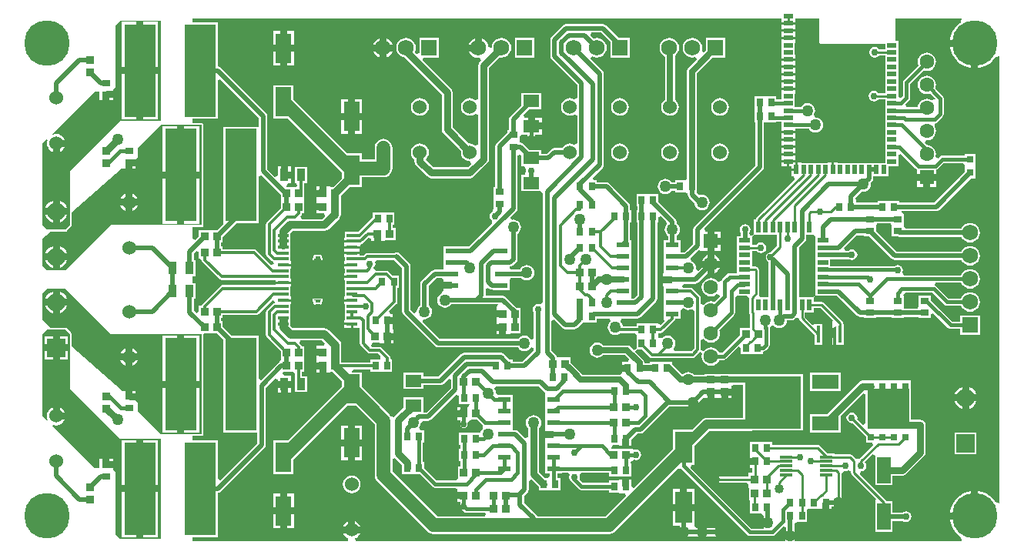
<source format=gtl>
G04 Layer_Physical_Order=1*
G04 Layer_Color=255*
%FSLAX25Y25*%
%MOIN*%
G70*
G01*
G75*
%ADD10R,0.05900X0.11700*%
%ADD11R,0.01575X0.07480*%
%ADD12R,0.05709X0.02362*%
%ADD13R,0.07500X0.13800*%
%ADD14R,0.13800X0.40200*%
%ADD15R,0.11811X0.06299*%
%ADD16R,0.24410X0.22835*%
%ADD17R,0.03740X0.05315*%
%ADD18R,0.02756X0.03740*%
%ADD19R,0.03740X0.02756*%
%ADD20R,0.03150X0.03150*%
%ADD21R,0.07087X0.05512*%
%ADD22R,0.03347X0.03740*%
%ADD23R,0.03740X0.03347*%
%ADD24R,0.07000X0.13000*%
%ADD25R,0.05000X0.02200*%
%ADD26R,0.02200X0.05000*%
%ADD27R,0.04600X0.01200*%
%ADD28R,0.16181X0.17165*%
%ADD29R,0.05400X0.01300*%
%ADD30R,0.03937X0.02362*%
%ADD31R,0.02362X0.03937*%
%ADD32R,0.02800X0.03100*%
%ADD33C,0.02000*%
%ADD34C,0.01200*%
%ADD35C,0.01000*%
%ADD36C,0.03000*%
%ADD37C,0.03500*%
%ADD38C,0.03400*%
%ADD39C,0.01500*%
%ADD40C,0.06000*%
%ADD41C,0.02500*%
%ADD42C,0.00984*%
%ADD43C,0.04000*%
%ADD44R,0.16535X0.03150*%
%ADD45C,0.07874*%
%ADD46R,0.07874X0.07874*%
%ADD47C,0.06000*%
%ADD48C,0.06300*%
%ADD49R,0.06300X0.06300*%
%ADD50C,0.06799*%
%ADD51R,0.06799X0.06799*%
%ADD52R,0.06799X0.06799*%
%ADD53C,0.19685*%
%ADD54C,0.03000*%
%ADD55C,0.05000*%
%ADD56C,0.04000*%
G36*
X333646Y231299D02*
Y229634D01*
X339583D01*
Y230099D01*
X339590Y231299D01*
X349972D01*
Y221063D01*
X350034Y220751D01*
X350211Y220486D01*
X350475Y220309D01*
X350787Y220247D01*
X378728D01*
Y217861D01*
X375896D01*
X375674Y218194D01*
X374913Y218702D01*
X374016Y218881D01*
X373118Y218702D01*
X372358Y218194D01*
X371849Y217433D01*
X371671Y216535D01*
X371849Y215638D01*
X372358Y214877D01*
X373118Y214369D01*
X374016Y214190D01*
X374913Y214369D01*
X375674Y214877D01*
X375896Y215210D01*
X378728D01*
Y211405D01*
Y208255D01*
Y205105D01*
Y201956D01*
Y198963D01*
X375699D01*
X375477Y199296D01*
X374716Y199804D01*
X373819Y199983D01*
X372921Y199804D01*
X372161Y199296D01*
X371652Y198535D01*
X371474Y197638D01*
X371652Y196740D01*
X372161Y195980D01*
X372921Y195471D01*
X373819Y195293D01*
X374716Y195471D01*
X375477Y195980D01*
X375699Y196312D01*
X378728D01*
Y192507D01*
Y189357D01*
Y186208D01*
Y183058D01*
Y179909D01*
Y176759D01*
Y173609D01*
Y168517D01*
X358087D01*
Y168717D01*
X356405D01*
Y165748D01*
X355405D01*
Y168717D01*
X353724D01*
Y168517D01*
X342339D01*
Y168717D01*
X340657D01*
Y165748D01*
X340158D01*
Y165248D01*
X337976D01*
Y162779D01*
X338981D01*
X339440Y161671D01*
X322882Y145113D01*
X322594Y144683D01*
X322501Y144216D01*
X321722D01*
Y137860D01*
X321332Y137329D01*
X320949Y137048D01*
X320082Y137260D01*
X319817Y138473D01*
X320080Y138866D01*
X320258Y139764D01*
X320080Y140661D01*
X319572Y141422D01*
X318811Y141930D01*
X317913Y142109D01*
X317016Y141930D01*
X316255Y141422D01*
X315747Y140661D01*
X315568Y139764D01*
X315747Y138866D01*
X316078Y138371D01*
Y136940D01*
X314446D01*
Y133140D01*
Y129990D01*
Y126840D01*
Y123691D01*
Y120872D01*
X311221D01*
X310616Y120752D01*
X310103Y120409D01*
X307938Y118244D01*
X307595Y117731D01*
X307558Y117543D01*
X306409Y117205D01*
X306310Y117212D01*
X305967Y117660D01*
X305142Y118293D01*
X304181Y118691D01*
X303150Y118827D01*
X302118Y118691D01*
X301158Y118293D01*
X300332Y117660D01*
X299699Y116835D01*
X299301Y115874D01*
X299166Y114842D01*
X299301Y113811D01*
X299699Y112850D01*
X300332Y112025D01*
X301158Y111392D01*
X302118Y110994D01*
X303150Y110858D01*
X304181Y110994D01*
X305142Y111392D01*
X305590Y111736D01*
X306708Y111448D01*
X306910Y111290D01*
X306989Y110917D01*
X304592Y108520D01*
X304181Y108691D01*
X303150Y108827D01*
X302118Y108691D01*
X301158Y108293D01*
X300332Y107660D01*
X300034Y107271D01*
X298834Y107679D01*
Y110073D01*
X298726Y110619D01*
X298416Y111083D01*
X298416Y111083D01*
X295379Y114120D01*
X294916Y114429D01*
X294370Y114538D01*
X294370Y114538D01*
X291114D01*
X290677Y115075D01*
X291249Y116275D01*
X296417D01*
X297120Y116415D01*
X297715Y116813D01*
X301650Y120747D01*
Y123343D01*
X299054D01*
X297694Y121982D01*
X296573Y122559D01*
X296636Y123031D01*
X296522Y123893D01*
X296190Y124696D01*
X295661Y125385D01*
X294971Y125914D01*
X294692Y126030D01*
X294348Y127260D01*
X294374Y127408D01*
X297800Y130834D01*
X299000Y130693D01*
X299000Y130693D01*
X301650D01*
Y134843D01*
Y138993D01*
X300765D01*
X300268Y140192D01*
X325510Y165435D01*
X325908Y166030D01*
X326048Y166732D01*
Y186077D01*
X327153Y186306D01*
X327591Y186306D01*
X331509D01*
Y186609D01*
X333846D01*
Y184071D01*
X333646D01*
Y182390D01*
X339583D01*
Y183459D01*
X345508D01*
X345543Y183375D01*
X346072Y182686D01*
X346761Y182157D01*
X347564Y181824D01*
X348425Y181711D01*
X349287Y181824D01*
X350089Y182157D01*
X350779Y182686D01*
X351308Y183375D01*
X351640Y184178D01*
X351754Y185039D01*
X351640Y185901D01*
X351308Y186704D01*
X350779Y187393D01*
X350089Y187922D01*
X349287Y188254D01*
X348425Y188368D01*
X348258Y188346D01*
X347608Y189471D01*
X347764Y189674D01*
X348097Y190477D01*
X348210Y191339D01*
X348097Y192200D01*
X347764Y193003D01*
X347235Y193692D01*
X346546Y194221D01*
X345743Y194554D01*
X344882Y194667D01*
X344020Y194554D01*
X343218Y194221D01*
X342528Y193692D01*
X341999Y193003D01*
X341965Y192919D01*
X339383D01*
Y195657D01*
Y198606D01*
X339583D01*
Y200287D01*
X333646D01*
Y198606D01*
X333846D01*
Y196069D01*
X331509D01*
Y197552D01*
X327591D01*
X326391Y197552D01*
X325953Y197552D01*
X322035D01*
Y192212D01*
X322035D01*
Y191646D01*
X322035D01*
Y186306D01*
X322377D01*
Y167492D01*
X295946Y141061D01*
X295549Y140466D01*
X295409Y139764D01*
Y133634D01*
X291720Y129946D01*
X290013D01*
X289973Y131129D01*
X289973Y131291D01*
Y135091D01*
X288253D01*
Y137013D01*
X288771Y137410D01*
X289300Y138100D01*
X289632Y138902D01*
X289746Y139764D01*
X289632Y140625D01*
X289300Y141428D01*
X288771Y142117D01*
X288253Y142515D01*
Y143307D01*
X288113Y144009D01*
X287715Y144605D01*
X280328Y151992D01*
Y155229D01*
X276410D01*
X275209Y155229D01*
X274772Y155229D01*
X270853D01*
Y149889D01*
X271196D01*
Y148339D01*
X270853D01*
Y142999D01*
X271196D01*
Y111390D01*
X269752Y109945D01*
X268556D01*
X268516Y111129D01*
X268516Y111291D01*
Y114929D01*
X268516Y115091D01*
Y116129D01*
X268516Y116291D01*
Y119929D01*
X268516Y120091D01*
Y121129D01*
X268516Y121291D01*
Y124929D01*
X268516Y125091D01*
Y126129D01*
X268516Y126291D01*
Y129929D01*
X268516Y130091D01*
Y131129D01*
X268516Y131291D01*
Y135091D01*
X268174D01*
Y142999D01*
X268516D01*
Y148339D01*
X268174D01*
Y150000D01*
X268034Y150702D01*
X267636Y151298D01*
X259172Y159762D01*
X258576Y160160D01*
X257874Y160300D01*
X253753D01*
Y161135D01*
X252332D01*
X251872Y162243D01*
X256266Y166637D01*
X256664Y167232D01*
X256804Y167935D01*
Y207315D01*
X256664Y208017D01*
X256266Y208613D01*
X251019Y213860D01*
X251662Y214836D01*
X252683Y214412D01*
X253780Y214268D01*
X254876Y214412D01*
X255897Y214836D01*
X256775Y215509D01*
X257448Y216386D01*
X257871Y217408D01*
X258015Y218504D01*
X257871Y219600D01*
X257448Y220622D01*
X256775Y221499D01*
X255897Y222172D01*
X254876Y222595D01*
X253780Y222740D01*
X252683Y222595D01*
X252492Y222516D01*
X251049Y223960D01*
X251508Y225068D01*
X255671D01*
X259580Y221159D01*
Y214304D01*
X267979D01*
Y222704D01*
X263227D01*
X257729Y228201D01*
X257133Y228599D01*
X256431Y228739D01*
X240300D01*
X239598Y228599D01*
X239003Y228201D01*
X234082Y223281D01*
X233684Y222686D01*
X233545Y221983D01*
Y215025D01*
X233684Y214322D01*
X234082Y213727D01*
X245291Y202519D01*
Y196787D01*
X244091Y196196D01*
X244042Y196233D01*
X243118Y196616D01*
X242126Y196746D01*
X241134Y196616D01*
X240210Y196233D01*
X239416Y195624D01*
X238807Y194830D01*
X238424Y193905D01*
X238293Y192913D01*
X238424Y191921D01*
X238807Y190997D01*
X239416Y190203D01*
X240210Y189594D01*
X241134Y189211D01*
X242126Y189081D01*
X243118Y189211D01*
X244042Y189594D01*
X244091Y189631D01*
X245291Y189039D01*
Y177102D01*
X244091Y176511D01*
X244042Y176548D01*
X243118Y176930D01*
X242126Y177061D01*
X241134Y176930D01*
X240210Y176548D01*
X239416Y175938D01*
X238807Y175145D01*
X238773Y175064D01*
X235236D01*
X234534Y174924D01*
X233939Y174526D01*
X232015Y172603D01*
X229737D01*
Y174324D01*
X224433D01*
X221869Y176888D01*
X221273Y177286D01*
X220571Y177426D01*
X220419D01*
X220190Y178531D01*
X220190Y178531D01*
X220190Y178531D01*
Y179865D01*
X220850Y180791D01*
X223813D01*
Y178150D01*
X223934Y177545D01*
X224276Y177032D01*
X224789Y176690D01*
X225394Y176569D01*
X225998Y176690D01*
X226511Y177032D01*
X226854Y177545D01*
X226974Y178150D01*
Y180791D01*
X229937D01*
Y183047D01*
X225394D01*
Y184547D01*
X223894D01*
Y188303D01*
X222486D01*
X222027Y189412D01*
X224433Y191818D01*
X229737D01*
Y198930D01*
X221050D01*
Y193626D01*
X216222Y188798D01*
X215824Y188202D01*
X215684Y187500D01*
Y182887D01*
X214850D01*
Y181592D01*
X210316Y177059D01*
X209919Y176464D01*
X209779Y175761D01*
Y158280D01*
X208944D01*
Y153924D01*
X208944D01*
Y153162D01*
X208944D01*
Y148806D01*
X208944Y148806D01*
X208611Y147744D01*
X207987Y147327D01*
X207479Y146567D01*
X207301Y145669D01*
X207479Y144772D01*
X207987Y144011D01*
X208212Y143861D01*
X208475Y142427D01*
X198415Y132367D01*
X194698D01*
Y132513D01*
X187389D01*
Y128713D01*
X187389Y128550D01*
Y127513D01*
X187389Y127350D01*
Y123713D01*
X187389Y123550D01*
X187349Y122367D01*
X183524D01*
X182821Y122227D01*
X182226Y121829D01*
X177836Y117439D01*
X177438Y116844D01*
X177299Y116142D01*
Y107082D01*
X176780Y106684D01*
X176251Y105995D01*
X175919Y105192D01*
X175805Y104331D01*
X175844Y104039D01*
X174707Y103479D01*
X173095Y105091D01*
Y124016D01*
X172955Y124718D01*
X172558Y125313D01*
X168473Y129398D01*
X167878Y129796D01*
X167176Y129935D01*
X166473Y129796D01*
X166072Y129527D01*
X154228D01*
X154228Y129527D01*
X153682Y129419D01*
X153218Y129109D01*
X153218Y129109D01*
X152604Y128495D01*
X151024D01*
Y129126D01*
X147724D01*
X144424D01*
Y128026D01*
X144624D01*
Y126108D01*
X144424D01*
Y125008D01*
X147724D01*
Y124008D01*
X144424D01*
Y122908D01*
X144624D01*
Y120990D01*
X144424D01*
Y119890D01*
X147724D01*
Y118890D01*
X144424D01*
Y117790D01*
X144624D01*
Y115431D01*
Y110753D01*
X144424D01*
Y109653D01*
X147724D01*
Y108653D01*
X144424D01*
Y107553D01*
X144624D01*
Y105194D01*
Y100517D01*
X144424D01*
Y99417D01*
X147724D01*
Y98917D01*
X148224D01*
Y97317D01*
X151024D01*
X151132Y96162D01*
Y90551D01*
X151132Y90551D01*
X151240Y90005D01*
X151550Y89542D01*
X154502Y86589D01*
X154502Y86589D01*
X154966Y86280D01*
X155512Y86171D01*
X155512Y86171D01*
X159054D01*
X160027Y85199D01*
X159956Y83665D01*
X159614Y83379D01*
X155696D01*
Y82136D01*
X143053D01*
Y86614D01*
Y89862D01*
X142855Y90857D01*
X142291Y91701D01*
X137665Y96327D01*
X136822Y96890D01*
X135827Y97088D01*
X122140D01*
X121124Y98104D01*
Y102635D01*
Y107553D01*
X121324D01*
Y108653D01*
X118024D01*
Y109653D01*
X121324D01*
Y110753D01*
X121124D01*
Y115231D01*
X121324D01*
Y116331D01*
X118024D01*
X114724D01*
Y115699D01*
X91634D01*
X91088Y115590D01*
X90624Y115281D01*
X90624Y115281D01*
X82947Y107604D01*
X82638Y107141D01*
X82610Y107001D01*
X81484D01*
Y104077D01*
X80375Y103618D01*
X79296Y104697D01*
Y109731D01*
X80131D01*
Y116647D01*
X78740D01*
Y119574D01*
X80131D01*
Y126489D01*
X79296D01*
Y129555D01*
X80375Y130634D01*
X81484Y130175D01*
Y127251D01*
X81582D01*
X82529Y126673D01*
X82638Y126127D01*
X82947Y125664D01*
X90231Y118380D01*
X90231Y118380D01*
X90694Y118071D01*
X91240Y117962D01*
X91240Y117962D01*
X114724D01*
Y117331D01*
X118024D01*
X121324D01*
Y118431D01*
X121124D01*
Y122908D01*
X121324D01*
Y124008D01*
X118024D01*
Y125008D01*
X121324D01*
Y126108D01*
X121124D01*
Y130785D01*
Y133344D01*
Y138189D01*
X122119Y139183D01*
X135827D01*
X136802Y139377D01*
X137629Y139930D01*
X142255Y144556D01*
X142808Y145383D01*
X143002Y146358D01*
Y149606D01*
Y154456D01*
X146761Y158215D01*
X151938D01*
Y162506D01*
X161417D01*
X162409Y162636D01*
X163334Y163019D01*
X164128Y163628D01*
X164737Y164422D01*
X165120Y165347D01*
X165250Y166339D01*
Y175197D01*
X165120Y176189D01*
X164737Y177113D01*
X164128Y177907D01*
X163334Y178516D01*
X162409Y178899D01*
X161417Y179030D01*
X160425Y178899D01*
X159501Y178516D01*
X158707Y177907D01*
X158098Y177113D01*
X157715Y176189D01*
X157585Y175197D01*
Y170171D01*
X151938D01*
Y172815D01*
X145758D01*
X122410Y196163D01*
Y202343D01*
X113810D01*
Y187743D01*
X119990D01*
X143338Y164395D01*
Y162002D01*
X139518Y158182D01*
X138928D01*
X137811Y158382D01*
X136862Y158382D01*
X136638D01*
Y155512D01*
X135138D01*
Y154012D01*
X132465D01*
Y153676D01*
X132465Y152642D01*
X132465Y151442D01*
Y151106D01*
X135138D01*
Y148106D01*
X132465D01*
Y146736D01*
X135658D01*
X136117Y145628D01*
X134771Y144281D01*
X125867D01*
X125408Y145390D01*
X125714Y145696D01*
X126023Y146159D01*
X126132Y146705D01*
X127178Y146936D01*
Y151642D01*
X127178Y152276D01*
X127178Y153476D01*
Y158182D01*
X127116D01*
Y159928D01*
X128359D01*
Y166843D01*
X123019D01*
Y159928D01*
X123532D01*
X123960Y158728D01*
X123413Y158182D01*
X122231Y158182D01*
X121031Y158182D01*
X119529D01*
X119277Y158528D01*
X119889Y159728D01*
X121276D01*
Y161886D01*
X118405D01*
Y163386D01*
X116905D01*
Y167043D01*
X115535D01*
Y163063D01*
X114427Y162604D01*
X111087Y165944D01*
Y188976D01*
X110948Y189679D01*
X110550Y190274D01*
X90865Y209959D01*
X90269Y210357D01*
X89598Y210491D01*
Y229561D01*
X78740D01*
Y231299D01*
X333646Y231299D01*
D02*
G37*
G36*
X411603D02*
X411712Y231132D01*
X411355Y229532D01*
X410930Y229271D01*
X409632Y228163D01*
X408524Y226865D01*
X407632Y225410D01*
X406979Y223833D01*
X406581Y222174D01*
X406565Y221972D01*
X417323D01*
Y220472D01*
X418823D01*
Y209714D01*
X419024Y209730D01*
X420684Y210129D01*
X422261Y210782D01*
X423716Y211673D01*
X425013Y212782D01*
X426122Y214080D01*
X426382Y214505D01*
X427982Y214861D01*
X428150Y214752D01*
Y21468D01*
X427982Y21359D01*
X426382Y21716D01*
X426122Y22141D01*
X425013Y23439D01*
X423716Y24547D01*
X422261Y25439D01*
X420684Y26092D01*
X419024Y26490D01*
X418823Y26506D01*
Y15748D01*
X417323D01*
Y14248D01*
X406565D01*
X406581Y14047D01*
X406979Y12387D01*
X407632Y10810D01*
X408524Y9355D01*
X409632Y8057D01*
X410930Y6949D01*
X411355Y6689D01*
X411712Y5089D01*
X411603Y4921D01*
X339453D01*
X339349Y5041D01*
X338921Y6121D01*
X339097Y6384D01*
X339237Y7087D01*
Y11737D01*
X339779Y12878D01*
X340897Y13078D01*
X344698D01*
Y18402D01*
X345470Y18870D01*
X345663Y18983D01*
X349458D01*
X350575Y18783D01*
X350575Y18783D01*
Y18783D01*
X351453D01*
Y21654D01*
X354453D01*
Y18783D01*
X355331D01*
Y19818D01*
X358268D01*
X358970Y19958D01*
X359565Y20356D01*
X359963Y20951D01*
X360103Y21654D01*
X359963Y22356D01*
X359593Y22910D01*
Y34280D01*
X359855Y34622D01*
X360674Y35165D01*
X361220Y35056D01*
X362118Y35235D01*
X362585Y35547D01*
X363581Y35179D01*
X363785Y35015D01*
Y34496D01*
X363886Y33989D01*
X364173Y33559D01*
X374609Y23122D01*
X374203Y22140D01*
X374203D01*
Y8841D01*
X381703D01*
Y13655D01*
X386145D01*
X386640Y13324D01*
X387538Y13146D01*
X388435Y13324D01*
X389196Y13832D01*
X389704Y14593D01*
X389883Y15491D01*
X389704Y16388D01*
X389196Y17149D01*
X388435Y17657D01*
X387538Y17836D01*
X386640Y17657D01*
X386145Y17326D01*
X381703D01*
Y22140D01*
X379181D01*
X379177Y22161D01*
X378890Y22591D01*
X367533Y33948D01*
X368110Y35056D01*
X369008Y35235D01*
X369768Y35743D01*
X370277Y36504D01*
X370455Y37402D01*
X370277Y38299D01*
X369769Y39060D01*
X369760Y39145D01*
X373036Y42422D01*
X374203Y41891D01*
Y29041D01*
X381703D01*
Y33345D01*
X386084D01*
X386982Y33524D01*
X387742Y34032D01*
X395359Y41649D01*
X395359Y41649D01*
X395867Y42410D01*
X396046Y43307D01*
Y55118D01*
X395867Y56015D01*
X395359Y56776D01*
X394598Y57285D01*
X393701Y57463D01*
X389737D01*
Y71024D01*
X389675Y71336D01*
X389621Y71416D01*
Y74374D01*
X385221D01*
Y74374D01*
X384621D01*
Y74374D01*
X380221D01*
Y74374D01*
X379621D01*
Y74374D01*
X375221D01*
X375221Y74374D01*
X374621D01*
Y74374D01*
X374021Y74374D01*
X370221D01*
Y74369D01*
X368736D01*
X368736Y74369D01*
X367839Y74190D01*
X367078Y73682D01*
X353310Y59914D01*
X345972D01*
Y52015D01*
X359383D01*
Y59354D01*
X368906Y68877D01*
X370106Y68379D01*
Y55770D01*
X368997Y55311D01*
X366438Y57870D01*
X366518Y58272D01*
X366340Y59169D01*
X365831Y59930D01*
X365071Y60438D01*
X364173Y60617D01*
X363276Y60438D01*
X362515Y59930D01*
X362007Y59169D01*
X361828Y58272D01*
X362007Y57374D01*
X362515Y56613D01*
X363276Y56105D01*
X364173Y55927D01*
X364575Y56007D01*
X370221Y50361D01*
Y47674D01*
X372971D01*
X373431Y46565D01*
X367385Y40519D01*
X366634Y40396D01*
X365883Y40519D01*
X364126Y42276D01*
X363696Y42563D01*
X363189Y42664D01*
X356638D01*
Y42789D01*
X353844D01*
X350420Y46213D01*
X349990Y46500D01*
X349483Y46601D01*
X329540D01*
Y47946D01*
X325184D01*
X325184Y47946D01*
X324422D01*
Y47946D01*
X323984Y47946D01*
X320066D01*
Y43357D01*
X319866Y42240D01*
X319866Y42240D01*
X319866Y42240D01*
Y40870D01*
X322244D01*
Y37870D01*
X319866D01*
Y36500D01*
X320919D01*
Y34366D01*
X319472D01*
Y32822D01*
X304777D01*
X304270Y32721D01*
X303840Y32433D01*
X303840Y32433D01*
X303552Y32003D01*
X303451Y31496D01*
X303552Y30989D01*
X303840Y30559D01*
X304270Y30272D01*
X304777Y30171D01*
X304777Y30171D01*
X318624D01*
X319472Y29322D01*
Y28626D01*
X319672Y27509D01*
Y22920D01*
X319672D01*
X320066Y22355D01*
Y17015D01*
X323867D01*
X324984Y16815D01*
X325072D01*
X325921Y15966D01*
Y12795D01*
X326060Y12093D01*
X326439Y11526D01*
X326407Y11348D01*
X326052Y10326D01*
X320650D01*
X294303Y36672D01*
X294763Y37780D01*
X295889D01*
Y46036D01*
X302540Y52688D01*
X320669D01*
X321092Y52743D01*
X343123D01*
Y77178D01*
X318189D01*
X318110Y77194D01*
X301575D01*
X301496Y77178D01*
X300480D01*
Y76893D01*
X295863D01*
X295661Y77157D01*
X294971Y77686D01*
X294169Y78018D01*
X293307Y78132D01*
X292446Y78018D01*
X291643Y77686D01*
X290953Y77157D01*
X290587Y77133D01*
X286517Y81202D01*
X286233Y81392D01*
Y82394D01*
X281877D01*
Y82394D01*
X281115D01*
Y82394D01*
X276759D01*
Y81815D01*
X274422D01*
Y82394D01*
X274273D01*
X274175Y82886D01*
X273722Y83564D01*
X270429Y86857D01*
X271102Y87881D01*
X273290D01*
X276551Y84621D01*
X276551Y84621D01*
X277014Y84311D01*
X277560Y84202D01*
X280512D01*
X280512Y84202D01*
X280512Y84202D01*
X295275D01*
X295276Y84202D01*
X295822Y84311D01*
X296285Y84621D01*
X298416Y86752D01*
X298416Y86752D01*
X299379Y86062D01*
X299301Y85874D01*
X299166Y84842D01*
X299301Y83811D01*
X299699Y82850D01*
X300332Y82025D01*
X301158Y81392D01*
X302118Y80994D01*
X303150Y80858D01*
X304181Y80994D01*
X305142Y81392D01*
X305967Y82025D01*
X306600Y82850D01*
X306770Y83262D01*
X308563D01*
X309168Y83382D01*
X309681Y83725D01*
X315020Y89065D01*
X316129Y88606D01*
Y85913D01*
X320047D01*
X320485Y85913D01*
Y85913D01*
X321247D01*
Y85913D01*
X325603D01*
Y87002D01*
X325787D01*
X326392Y87123D01*
X326905Y87465D01*
X328064Y88625D01*
X328407Y89137D01*
X328527Y89742D01*
Y97083D01*
X328526Y97088D01*
X329424Y98040D01*
X330324D01*
X331013Y97511D01*
X331816Y97179D01*
X332677Y97065D01*
X333539Y97179D01*
X334341Y97511D01*
X335031Y98040D01*
X335560Y98729D01*
X335892Y99532D01*
X336006Y100394D01*
X336122Y100527D01*
X338188D01*
X338891Y100667D01*
X339486Y101065D01*
X339994Y101573D01*
X340566Y101480D01*
X341244Y101126D01*
X341295Y100871D01*
X341582Y100441D01*
X348019Y94004D01*
Y89948D01*
X351194D01*
Y99028D01*
X348019D01*
Y99028D01*
X347117Y98655D01*
X343845Y101927D01*
Y103816D01*
X347570D01*
Y105790D01*
X350603D01*
X355965Y100428D01*
X355831Y100104D01*
Y95988D01*
X356118D01*
Y97297D01*
X357318Y97938D01*
X357468Y97838D01*
Y89948D01*
X360643D01*
Y99028D01*
X360381D01*
Y99213D01*
X360280Y99720D01*
X359992Y100150D01*
X352089Y108053D01*
X351659Y108340D01*
X351152Y108441D01*
X347570D01*
Y110172D01*
X347959Y110702D01*
X348490Y111092D01*
X354846D01*
Y111156D01*
X357705D01*
X366419Y102442D01*
X367014Y102045D01*
X367717Y101905D01*
X369377D01*
Y101562D01*
X374717D01*
Y101905D01*
X381188D01*
Y101562D01*
X386528D01*
Y101905D01*
X392999D01*
Y101562D01*
X398339D01*
Y103215D01*
X399448Y103674D01*
X405815Y97308D01*
X406327Y96965D01*
X406932Y96845D01*
X411155D01*
Y94226D01*
X419554D01*
Y102625D01*
X411155D01*
Y100006D01*
X407587D01*
X398339Y109253D01*
Y111036D01*
X392999D01*
Y106680D01*
X392999Y106680D01*
X392770Y105575D01*
X386758D01*
X386528Y106680D01*
X386528Y107118D01*
Y111036D01*
X386528D01*
X386397Y111428D01*
X387271Y112593D01*
X398952D01*
X404237Y107308D01*
X404749Y106965D01*
X405354Y106845D01*
X411463D01*
X411686Y106307D01*
X412359Y105430D01*
X413236Y104757D01*
X414258Y104334D01*
X415354Y104189D01*
X416451Y104334D01*
X417472Y104757D01*
X418350Y105430D01*
X419023Y106307D01*
X419446Y107329D01*
X419590Y108425D01*
X419446Y109521D01*
X419023Y110543D01*
X418350Y111420D01*
X417472Y112094D01*
X416451Y112517D01*
X415354Y112661D01*
X414258Y112517D01*
X413236Y112094D01*
X412359Y111420D01*
X411686Y110543D01*
X411463Y110006D01*
X406009D01*
X400724Y115291D01*
X400211Y115633D01*
X400153Y115645D01*
X400271Y116845D01*
X411463D01*
X411686Y116307D01*
X412359Y115430D01*
X413236Y114757D01*
X414258Y114334D01*
X415354Y114189D01*
X416451Y114334D01*
X417472Y114757D01*
X418350Y115430D01*
X419023Y116307D01*
X419446Y117329D01*
X419590Y118425D01*
X419446Y119521D01*
X419023Y120543D01*
X418350Y121420D01*
X417472Y122094D01*
X416451Y122517D01*
X415354Y122661D01*
X414258Y122517D01*
X413236Y122094D01*
X412359Y121420D01*
X411686Y120543D01*
X411463Y120006D01*
X386703D01*
X386031Y121139D01*
X386036Y121206D01*
X386203Y122047D01*
X386025Y122945D01*
X385517Y123705D01*
X384756Y124214D01*
X383858Y124392D01*
X382961Y124214D01*
X382673Y124021D01*
X354846D01*
Y126904D01*
X363075D01*
X363276Y126770D01*
X364173Y126592D01*
X365071Y126770D01*
X365831Y127279D01*
X366340Y128040D01*
X366518Y128937D01*
X366340Y129834D01*
X365831Y130595D01*
X365071Y131104D01*
X364173Y131282D01*
X363276Y131104D01*
X362515Y130595D01*
X362502Y130575D01*
X361245D01*
X360748Y131775D01*
X366311Y137338D01*
X369377D01*
Y136995D01*
X371630D01*
X381498Y127128D01*
X382093Y126730D01*
X382795Y126590D01*
X411569D01*
X411686Y126307D01*
X412359Y125430D01*
X413236Y124757D01*
X414258Y124334D01*
X415354Y124189D01*
X416451Y124334D01*
X417472Y124757D01*
X418350Y125430D01*
X419023Y126307D01*
X419446Y127329D01*
X419590Y128425D01*
X419446Y129522D01*
X419023Y130543D01*
X418350Y131420D01*
X417472Y132094D01*
X416451Y132517D01*
X415354Y132661D01*
X414258Y132517D01*
X413236Y132094D01*
X412359Y131420D01*
X411686Y130543D01*
X411569Y130261D01*
X383556D01*
X374717Y139099D01*
Y141351D01*
X374717Y141351D01*
X374947Y142456D01*
X380959D01*
X381188Y141351D01*
X381188Y140913D01*
Y136995D01*
X383506D01*
X383904Y136730D01*
X384606Y136590D01*
X411569D01*
X411686Y136307D01*
X412359Y135430D01*
X413236Y134757D01*
X414258Y134334D01*
X415354Y134189D01*
X416451Y134334D01*
X417472Y134757D01*
X418350Y135430D01*
X419023Y136307D01*
X419446Y137329D01*
X419590Y138425D01*
X419446Y139522D01*
X419023Y140543D01*
X418350Y141420D01*
X417472Y142094D01*
X416451Y142517D01*
X415354Y142661D01*
X414258Y142517D01*
X413236Y142094D01*
X412359Y141420D01*
X411686Y140543D01*
X411569Y140261D01*
X387377D01*
X386528Y141109D01*
X386528Y142113D01*
X386528Y142551D01*
Y146469D01*
X386528D01*
X385688Y147669D01*
X385710Y147771D01*
X400591D01*
X401293Y147911D01*
X401888Y148309D01*
X415575Y161995D01*
X417729D01*
Y166701D01*
X417729Y166745D01*
Y167901D01*
X417729Y167945D01*
Y172650D01*
X412980D01*
Y171856D01*
X403346D01*
X402742Y171736D01*
X402229Y171393D01*
X401514Y170678D01*
X400497Y171358D01*
X400502Y171370D01*
X400638Y172402D01*
X400502Y173433D01*
X400104Y174394D01*
X399471Y175219D01*
X398646Y175852D01*
X397685Y176250D01*
X396725Y176376D01*
X395779Y177322D01*
X396339Y178459D01*
X396654Y178418D01*
X397685Y178553D01*
X398646Y178951D01*
X399471Y179584D01*
X400104Y180410D01*
X400502Y181370D01*
X400638Y182402D01*
X400502Y183433D01*
X400104Y184394D01*
X399929Y184621D01*
X399946Y184904D01*
X400452Y185911D01*
X400605Y185942D01*
X401118Y186284D01*
X403480Y188646D01*
X403822Y189159D01*
X403943Y189764D01*
Y196693D01*
X403822Y197298D01*
X403480Y197810D01*
X400331Y200959D01*
X400502Y201370D01*
X400638Y202402D01*
X400502Y203433D01*
X400104Y204394D01*
X399471Y205219D01*
X398646Y205852D01*
X397685Y206250D01*
X396654Y206386D01*
X395622Y206250D01*
X394661Y205852D01*
X393836Y205219D01*
X393203Y204394D01*
X392805Y203433D01*
X392670Y202402D01*
X392805Y201370D01*
X393203Y200410D01*
X393836Y199584D01*
X394661Y198951D01*
X395622Y198553D01*
X396654Y198417D01*
X397685Y198553D01*
X398096Y198724D01*
X400252Y196569D01*
X400165Y196198D01*
X398821Y195717D01*
X398646Y195852D01*
X397685Y196250D01*
X396654Y196386D01*
X395622Y196250D01*
X394661Y195852D01*
X393836Y195219D01*
X393203Y194394D01*
X392805Y193433D01*
X392738Y192919D01*
X387796D01*
X387299Y194119D01*
X388913Y195733D01*
X389255Y196246D01*
X389376Y196850D01*
Y202889D01*
X395211Y208724D01*
X395622Y208553D01*
X396654Y208418D01*
X397685Y208553D01*
X398646Y208951D01*
X399471Y209584D01*
X400104Y210409D01*
X400502Y211370D01*
X400638Y212402D01*
X400502Y213433D01*
X400104Y214394D01*
X399471Y215219D01*
X398646Y215852D01*
X397685Y216250D01*
X396654Y216386D01*
X395622Y216250D01*
X394661Y215852D01*
X393836Y215219D01*
X393203Y214394D01*
X392805Y213433D01*
X392670Y212402D01*
X392805Y211370D01*
X392976Y210959D01*
X386678Y204661D01*
X386335Y204148D01*
X386215Y203543D01*
Y197572D01*
X385297Y196824D01*
X384265Y197252D01*
Y201956D01*
Y205105D01*
Y208255D01*
Y211405D01*
Y214554D01*
Y217704D01*
Y221666D01*
X383099D01*
Y231299D01*
X411603D01*
D02*
G37*
G36*
X64961Y187008D02*
X47244D01*
X25591Y165354D01*
Y141732D01*
X23622Y139764D01*
X15748D01*
X13780Y141732D01*
Y177165D01*
X15546Y178932D01*
X15970Y178648D01*
X15788Y178210D01*
X15651Y177165D01*
X15788Y176121D01*
X16191Y175148D01*
X16832Y174312D01*
X17668Y173671D01*
X18185Y173457D01*
Y177165D01*
X19685D01*
Y178665D01*
X23393D01*
X23179Y179183D01*
X22538Y180018D01*
X21702Y180659D01*
X20729Y181062D01*
X19685Y181200D01*
X18641Y181062D01*
X18202Y180881D01*
X17919Y181305D01*
X36220Y199606D01*
X38469D01*
Y195850D01*
X39839D01*
Y198228D01*
X41339D01*
Y199728D01*
X44209D01*
Y200508D01*
X45276Y201575D01*
Y228346D01*
X47244Y230315D01*
X64961D01*
Y187008D01*
D02*
G37*
G36*
X391796Y166205D02*
X392309Y165863D01*
X392503Y165824D01*
Y163902D01*
X396654D01*
X400804D01*
Y165824D01*
X400998Y165863D01*
X401511Y166205D01*
X404001Y168695D01*
X412090D01*
X412980Y167901D01*
Y166745D01*
X412980Y166701D01*
Y164591D01*
X399830Y151442D01*
X384658D01*
Y152276D01*
X380740D01*
X379540Y152276D01*
X379102Y152276D01*
X375184D01*
Y151442D01*
X365957D01*
Y152276D01*
X365863D01*
X365718Y153476D01*
X368447Y156206D01*
X369094Y156120D01*
X369956Y156234D01*
X370759Y156566D01*
X371448Y157095D01*
X371977Y157785D01*
X372309Y158587D01*
X372423Y159449D01*
X372338Y160097D01*
X372951Y160710D01*
X373349Y161305D01*
X373489Y162008D01*
Y162979D01*
X379934D01*
Y167310D01*
X384265D01*
Y172040D01*
X385465Y172537D01*
X391796Y166205D01*
D02*
G37*
G36*
X107417Y188216D02*
Y185443D01*
X107314Y184286D01*
X91914D01*
Y142486D01*
X91914D01*
X92042Y142177D01*
X89346Y139481D01*
X86799D01*
Y139481D01*
X86430D01*
Y139481D01*
X81484D01*
Y136933D01*
X79849Y135299D01*
X78740Y135758D01*
Y140917D01*
X82677D01*
X82989Y140979D01*
X83254Y141156D01*
X83431Y141420D01*
X83493Y141732D01*
Y185039D01*
X83431Y185352D01*
X83254Y185616D01*
X82989Y185793D01*
X82677Y185855D01*
X78740D01*
Y187761D01*
X89598D01*
Y204467D01*
X90706Y204927D01*
X107417Y188216D01*
D02*
G37*
G36*
X82677Y141732D02*
X43307D01*
X25591Y124016D01*
X23622Y122047D01*
X15748D01*
X13780Y124016D01*
Y135827D01*
X17291Y138948D01*
X23622D01*
X23622Y138948D01*
X23934Y139010D01*
X24199Y139187D01*
X26167Y141156D01*
X26344Y141420D01*
X26406Y141732D01*
X26406Y141732D01*
Y147050D01*
X47879Y166137D01*
X48311Y166323D01*
Y166323D01*
X48311Y166323D01*
X49681D01*
Y168701D01*
X51181D01*
Y170201D01*
X54051D01*
Y170258D01*
X55118Y171326D01*
Y175197D01*
X64961Y185039D01*
X82677D01*
Y141732D01*
D02*
G37*
G36*
X330971Y137416D02*
X331745D01*
Y132832D01*
X328691Y129778D01*
X328038Y129648D01*
X327442Y129251D01*
X327045Y128655D01*
X326905Y127953D01*
X327045Y127250D01*
X327442Y126655D01*
X328086Y126011D01*
Y110616D01*
X327822D01*
Y110416D01*
X324493D01*
X324005Y111616D01*
X324059Y111697D01*
X324160Y112205D01*
Y122047D01*
X324059Y122555D01*
X323772Y122985D01*
X323378Y123378D01*
X322948Y123665D01*
X322441Y123766D01*
X321046D01*
Y126840D01*
Y130564D01*
X322923D01*
X323145Y130231D01*
X323906Y129723D01*
X324803Y129545D01*
X325701Y129723D01*
X326461Y130231D01*
X326970Y130992D01*
X327148Y131890D01*
X326970Y132787D01*
X326461Y133548D01*
X325701Y134056D01*
X324803Y134235D01*
X323906Y134056D01*
X323145Y133548D01*
X322923Y133215D01*
X321046D01*
Y136696D01*
X321435Y137226D01*
X321966Y137616D01*
X330971D01*
Y137416D01*
D02*
G37*
G36*
X116917Y154923D02*
Y152842D01*
X116917D01*
Y152276D01*
X116917D01*
Y149152D01*
X110915Y143150D01*
X110605Y142687D01*
X110497Y142141D01*
X110497Y142140D01*
Y129218D01*
X110497Y129218D01*
X110605Y128672D01*
X110915Y128208D01*
X113065Y126058D01*
X113065Y126058D01*
X113528Y125748D01*
X113995Y124740D01*
X112843Y124412D01*
X106324Y130931D01*
X105861Y131240D01*
X105315Y131349D01*
X105315Y131349D01*
X91745D01*
Y132591D01*
X91107D01*
Y134141D01*
X91745D01*
Y136689D01*
X97542Y142486D01*
X107314D01*
Y162829D01*
X108514Y163326D01*
X116917Y154923D01*
D02*
G37*
G36*
X221050Y171939D02*
Y167212D01*
X222425D01*
X222733Y166843D01*
X223179Y166012D01*
X223049Y165354D01*
X223179Y164697D01*
X222733Y163865D01*
X222425Y163497D01*
X221050D01*
Y156385D01*
X229247D01*
X229776Y156331D01*
X230401Y155460D01*
Y108152D01*
X229249Y107484D01*
X229201Y107490D01*
X228346Y107660D01*
X227449Y107482D01*
X226688Y106973D01*
X226180Y106212D01*
X226001Y105315D01*
X226180Y104418D01*
X226511Y103922D01*
Y95567D01*
X226521Y95520D01*
X226511Y95472D01*
Y92484D01*
X225363Y92224D01*
X225311Y92231D01*
X224795Y92905D01*
X224105Y93434D01*
X223302Y93766D01*
X222441Y93880D01*
X221580Y93766D01*
X220777Y93434D01*
X220087Y92905D01*
X219690Y92386D01*
X185800D01*
X178282Y99904D01*
X178842Y101041D01*
X179134Y101002D01*
X179995Y101116D01*
X180798Y101448D01*
X181487Y101977D01*
X182016Y102666D01*
X182349Y103469D01*
X182462Y104331D01*
X182349Y105192D01*
X182016Y105995D01*
X181487Y106684D01*
X180969Y107082D01*
Y115382D01*
X184284Y118696D01*
X186667D01*
X187189Y117713D01*
X187189Y117433D01*
Y117032D01*
X191043D01*
Y114032D01*
X187189D01*
X187189Y113576D01*
X187175Y113316D01*
X186778Y112321D01*
X186328Y112135D01*
X185638Y111606D01*
X185110Y110916D01*
X184777Y110113D01*
X184664Y109252D01*
X184777Y108390D01*
X185110Y107588D01*
X185638Y106898D01*
X186328Y106369D01*
X187131Y106037D01*
X187992Y105923D01*
X188854Y106037D01*
X189656Y106369D01*
X190346Y106898D01*
X190744Y107417D01*
X211147D01*
X211147Y107416D01*
X210506Y106217D01*
X210221D01*
Y104847D01*
X212894D01*
Y101847D01*
X210221D01*
Y101511D01*
X210220Y100476D01*
X210221Y99276D01*
Y98941D01*
X212894D01*
Y97441D01*
X214394D01*
Y94571D01*
X214618D01*
X215567Y94571D01*
X216684Y94771D01*
X220682D01*
Y100111D01*
X220682D01*
Y100676D01*
X220682D01*
Y106017D01*
X218908D01*
X214375Y110550D01*
X213779Y110948D01*
X213077Y111087D01*
X205685D01*
X205575Y111221D01*
Y114080D01*
X206684Y114539D01*
X206990Y114234D01*
X207585Y113836D01*
X208287Y113696D01*
X208846D01*
Y113550D01*
X216154D01*
Y117350D01*
X216154Y117513D01*
X216194Y118696D01*
X221089D01*
X221761Y118180D01*
X222564Y117848D01*
X223425Y117735D01*
X224287Y117848D01*
X225089Y118180D01*
X225779Y118709D01*
X226308Y119399D01*
X226640Y120202D01*
X226754Y121063D01*
X226640Y121924D01*
X226308Y122727D01*
X225779Y123417D01*
X225089Y123946D01*
X224287Y124278D01*
X223425Y124391D01*
X222564Y124278D01*
X221761Y123946D01*
X221072Y123417D01*
X220543Y122727D01*
X220393Y122367D01*
X216194D01*
X216154Y123550D01*
X216154Y123711D01*
X216785Y123836D01*
X217380Y124234D01*
X218817Y125671D01*
X219215Y126266D01*
X219355Y126969D01*
Y137997D01*
X219873Y138394D01*
X220402Y139084D01*
X220735Y139887D01*
X220848Y140748D01*
X220735Y141610D01*
X220402Y142412D01*
X219873Y143102D01*
X219184Y143631D01*
X218381Y143963D01*
X217520Y144077D01*
X216935Y144000D01*
X216408Y144762D01*
X216311Y145072D01*
X218817Y147579D01*
X219215Y148174D01*
X219355Y148876D01*
Y171709D01*
X220555Y172310D01*
X221050Y171939D01*
D02*
G37*
G36*
X347856Y137226D02*
X348246Y136696D01*
Y133140D01*
Y129990D01*
Y126840D01*
Y123691D01*
Y120541D01*
Y117392D01*
Y114242D01*
Y111336D01*
X347856Y110805D01*
X347326Y110416D01*
X341205D01*
Y131917D01*
X343817Y134529D01*
X344215Y135124D01*
X344355Y135827D01*
Y137616D01*
X347326D01*
X347856Y137226D01*
D02*
G37*
G36*
X114329Y108644D02*
X114183Y107965D01*
X113922Y107913D01*
X113459Y107604D01*
X110915Y105059D01*
X110605Y104596D01*
X110497Y104050D01*
X110497Y104050D01*
Y94080D01*
X110497Y94080D01*
X110605Y93534D01*
X110915Y93071D01*
X116917Y87069D01*
Y83944D01*
X116917D01*
Y83379D01*
X116404Y82391D01*
X115828Y82006D01*
X108423Y74601D01*
X107314Y75060D01*
Y93735D01*
X95573D01*
X91745Y97563D01*
Y100111D01*
X91107D01*
Y101661D01*
X91745D01*
Y102903D01*
X106299D01*
X106299Y102903D01*
X106845Y103012D01*
X107309Y103321D01*
X113229Y109242D01*
X114329Y108644D01*
D02*
G37*
G36*
X283744Y143385D02*
X284064Y142117D01*
X283535Y141428D01*
X283202Y140625D01*
X283089Y139764D01*
X283202Y138902D01*
X283535Y138100D01*
X284064Y137410D01*
X284582Y137013D01*
Y135091D01*
X282665D01*
Y131291D01*
X282665Y131129D01*
Y130091D01*
X282665Y129929D01*
Y126291D01*
X282665Y126129D01*
Y125091D01*
X282665Y124929D01*
Y121129D01*
X282664Y121129D01*
X282465Y120291D01*
X282465Y120291D01*
X282465Y120009D01*
Y119610D01*
X286319D01*
Y116610D01*
X282465D01*
Y116209D01*
X282465Y115929D01*
X282665Y114812D01*
Y111129D01*
X282664D01*
Y110091D01*
X282665D01*
Y106129D01*
X282664D01*
Y105091D01*
X282665D01*
Y101129D01*
X282665D01*
X283100Y100079D01*
X281528Y98507D01*
X280328Y99004D01*
Y99127D01*
X276410D01*
X275209Y99127D01*
X274772Y99127D01*
X270853D01*
Y97884D01*
X265081D01*
X265026Y98302D01*
X264694Y99105D01*
X264165Y99795D01*
X263989Y99929D01*
X264397Y101129D01*
X268516D01*
Y101275D01*
X271417D01*
X272120Y101415D01*
X272715Y101813D01*
X279447Y108545D01*
X279845Y109140D01*
X279985Y109843D01*
Y142999D01*
X280328D01*
Y145234D01*
X281436Y145693D01*
X283744Y143385D01*
D02*
G37*
G36*
X259823Y100075D02*
X259457Y99795D01*
X258928Y99105D01*
X258596Y98302D01*
X258483Y97441D01*
X258596Y96579D01*
X258928Y95777D01*
X259457Y95087D01*
X260147Y94558D01*
X260949Y94226D01*
X261811Y94112D01*
X262672Y94226D01*
X263475Y94558D01*
X264089Y95029D01*
X270005D01*
X270853Y94181D01*
X270853Y93221D01*
X270853Y92587D01*
Y88130D01*
X269829Y87457D01*
X268210Y89076D01*
X267531Y89530D01*
X266732Y89689D01*
X266732Y89689D01*
X256493D01*
X256291Y89952D01*
X255601Y90481D01*
X254799Y90813D01*
X253937Y90927D01*
X253076Y90813D01*
X252273Y90481D01*
X251583Y89952D01*
X251055Y89263D01*
X250722Y88460D01*
X250608Y87598D01*
X250722Y86737D01*
X251055Y85934D01*
X251583Y85245D01*
X252273Y84716D01*
X253076Y84383D01*
X253937Y84270D01*
X254799Y84383D01*
X255601Y84716D01*
X256291Y85245D01*
X256493Y85508D01*
X265866D01*
X267671Y83703D01*
X267212Y82595D01*
X264748D01*
Y81224D01*
X267126D01*
Y78224D01*
X264748D01*
Y77924D01*
X263779Y76893D01*
X263779Y76893D01*
X263564Y76893D01*
X247618D01*
X244958Y79553D01*
X244670Y79985D01*
X242335Y82319D01*
Y84363D01*
X237389D01*
X237389Y84363D01*
X236318Y84675D01*
X236243Y85053D01*
X235845Y85648D01*
X234071Y87422D01*
Y100219D01*
X235272Y100716D01*
X238860Y97127D01*
X239455Y96730D01*
X240158Y96590D01*
X244094D01*
X244797Y96730D01*
X245392Y97127D01*
X247754Y99490D01*
X247890Y99692D01*
X249397Y99692D01*
X249835Y99692D01*
X253753D01*
Y101275D01*
X259416D01*
X259823Y100075D01*
D02*
G37*
G36*
X291643Y105385D02*
X292446Y105053D01*
X293307Y104939D01*
X294169Y105053D01*
X294780Y105306D01*
X295441Y105041D01*
X295980Y104646D01*
Y88353D01*
X294684Y87057D01*
X287288D01*
X286893Y87985D01*
X286848Y88257D01*
X287331Y88887D01*
X287664Y89690D01*
X287777Y90551D01*
X287664Y91413D01*
X287331Y92215D01*
X286802Y92905D01*
X286113Y93434D01*
X285310Y93766D01*
X284449Y93880D01*
X283587Y93766D01*
X282785Y93434D01*
X282095Y92905D01*
X281941Y92704D01*
X280573Y92791D01*
X280328Y93221D01*
X280328Y93787D01*
X280328D01*
Y95029D01*
X281496D01*
X281496Y95029D01*
X282042Y95138D01*
X282505Y95447D01*
X287328Y100270D01*
X287328Y100270D01*
X287638Y100733D01*
X287716Y101129D01*
X289973D01*
Y104886D01*
X290584Y105597D01*
X291195Y105729D01*
X291643Y105385D01*
D02*
G37*
G36*
X91914Y92203D02*
Y51935D01*
X106679D01*
Y47267D01*
X90706Y31294D01*
X89598Y31753D01*
Y48459D01*
X78740D01*
Y50365D01*
X82677D01*
X82989Y50428D01*
X83254Y50604D01*
X83431Y50869D01*
X83493Y51181D01*
Y94488D01*
X83725Y94771D01*
X86430D01*
Y94771D01*
X86798D01*
Y94771D01*
X89346D01*
X91914Y92203D01*
D02*
G37*
G36*
X319696Y110237D02*
Y103994D01*
X319797Y103487D01*
X319896Y103339D01*
Y97158D01*
X315735D01*
Y94250D01*
X307908Y86423D01*
X306770D01*
X306600Y86835D01*
X305967Y87660D01*
X305142Y88293D01*
X304181Y88691D01*
X303150Y88827D01*
X302118Y88691D01*
X301158Y88293D01*
X300332Y87660D01*
X299935Y87141D01*
X298812Y87650D01*
X298834Y87761D01*
X298834Y87761D01*
Y92006D01*
X300034Y92414D01*
X300332Y92025D01*
X301158Y91392D01*
X302118Y90994D01*
X303150Y90858D01*
X304181Y90994D01*
X305142Y91392D01*
X305967Y92025D01*
X306600Y92851D01*
X306998Y93811D01*
X307134Y94842D01*
X306998Y95874D01*
X306827Y96285D01*
X313125Y102583D01*
X313468Y103096D01*
X313588Y103701D01*
Y110265D01*
X314446Y111092D01*
X318696D01*
X319696Y110237D01*
D02*
G37*
G36*
X169425Y123256D02*
Y104331D01*
X169564Y103628D01*
X169962Y103033D01*
X183742Y89253D01*
X184337Y88856D01*
X185039Y88716D01*
X219690D01*
X220087Y88198D01*
X220777Y87669D01*
X221580Y87336D01*
X222441Y87223D01*
X223302Y87336D01*
X224105Y87669D01*
X224795Y88198D01*
X225311Y88871D01*
X225363Y88878D01*
X226511Y88619D01*
Y87374D01*
X221681Y82544D01*
X217335D01*
Y83379D01*
X216041D01*
X213524Y85896D01*
X212928Y86294D01*
X212226Y86434D01*
X196192D01*
X195490Y86294D01*
X194894Y85896D01*
X185144Y76146D01*
X178556D01*
Y77867D01*
X169869D01*
Y70755D01*
X178556D01*
Y72476D01*
X185905D01*
X186607Y72615D01*
X187202Y73013D01*
X189544Y75355D01*
X190653Y74896D01*
Y71201D01*
X180015Y60564D01*
X178556D01*
Y67040D01*
X169869D01*
Y62457D01*
X166117Y58705D01*
X166102Y58682D01*
X164748Y58815D01*
X164737Y58842D01*
X164128Y59636D01*
X151938Y71825D01*
Y78005D01*
X147895D01*
X147844Y78081D01*
X148486Y79281D01*
X155696D01*
Y78039D01*
X159614D01*
X160814Y78039D01*
X161252Y78039D01*
X165170D01*
Y83379D01*
X165170D01*
X164420Y84252D01*
X164311Y84798D01*
X164002Y85261D01*
X164001Y85261D01*
X160655Y88608D01*
X160192Y88917D01*
X159646Y89026D01*
X159646Y89026D01*
X156455D01*
X155980Y89639D01*
X156519Y90834D01*
X159300D01*
X160417Y90634D01*
X160417Y90634D01*
X160417Y90634D01*
X161591D01*
Y93504D01*
X163091D01*
Y95004D01*
X165764D01*
Y96374D01*
X165492D01*
X165370Y97524D01*
X165370D01*
Y98894D01*
X162992D01*
Y101894D01*
X165370D01*
Y103264D01*
X164221D01*
X163762Y104372D01*
X166954Y107565D01*
X166954Y107565D01*
X167264Y108028D01*
X167372Y108574D01*
X167372Y108574D01*
Y114456D01*
X168123D01*
Y119796D01*
X165403D01*
X163794Y121405D01*
X163331Y121715D01*
X162785Y121824D01*
X162785Y121824D01*
X158049D01*
X157241Y122735D01*
X157170Y123342D01*
X157678Y124103D01*
X157857Y125000D01*
X157763Y125473D01*
X158379Y126485D01*
X158604Y126673D01*
X166008D01*
X169425Y123256D01*
D02*
G37*
G36*
X136045Y90593D02*
X135586Y89484D01*
X132465D01*
Y88114D01*
X135138D01*
Y85114D01*
X132465D01*
Y84779D01*
X132465Y83744D01*
X132465Y82544D01*
Y82209D01*
X135138D01*
Y80709D01*
X136638D01*
Y77839D01*
X136862D01*
X137811Y77839D01*
X138928Y78039D01*
X139446D01*
X143338Y74147D01*
Y71825D01*
X119990Y48478D01*
X113810D01*
Y33878D01*
X122410D01*
Y40057D01*
X145758Y63405D01*
X149517D01*
X157585Y55338D01*
Y53150D01*
Y43307D01*
Y34449D01*
Y33465D01*
X157715Y32473D01*
X158098Y31548D01*
X158707Y30754D01*
X180361Y9101D01*
X181155Y8492D01*
X182079Y8109D01*
X183071Y7978D01*
X259047D01*
X260039Y8109D01*
X260964Y8492D01*
X261757Y9101D01*
X288865Y36209D01*
X290221Y36284D01*
X318877Y7628D01*
X319390Y7285D01*
X319995Y7165D01*
X329611D01*
X330216Y7285D01*
X330729Y7628D01*
X334366Y11265D01*
X335566Y10768D01*
Y7087D01*
X335706Y6384D01*
X335882Y6121D01*
X335454Y5041D01*
X335350Y4921D01*
X149345D01*
X149106Y6121D01*
X149655Y6348D01*
X150491Y6990D01*
X151132Y7825D01*
X151346Y8343D01*
X147638D01*
X143930D01*
X144144Y7825D01*
X144785Y6990D01*
X145621Y6348D01*
X146169Y6121D01*
X145931Y4921D01*
X78740D01*
Y6659D01*
X89598D01*
Y25730D01*
X90269Y25864D01*
X90865Y26261D01*
X109812Y45209D01*
X110210Y45804D01*
X110349Y46506D01*
Y71337D01*
X114335Y75323D01*
X115535Y74826D01*
Y74335D01*
X118405D01*
X121276D01*
Y76492D01*
X118270D01*
X117629Y77692D01*
X117860Y78039D01*
X121031D01*
X121863Y78039D01*
X122429D01*
X122988Y77479D01*
X123019Y76292D01*
X123019D01*
Y69377D01*
X128359D01*
Y76292D01*
X126132D01*
Y78039D01*
X127178D01*
Y82744D01*
X127178Y83379D01*
X127178Y84579D01*
Y89284D01*
X126051D01*
X126023Y89424D01*
X125714Y89887D01*
X124913Y90688D01*
X125410Y91888D01*
X134750D01*
X136045Y90593D01*
D02*
G37*
G36*
X317113Y58336D02*
X301370D01*
X300639Y58240D01*
X299958Y57958D01*
X299373Y57509D01*
X295045Y53180D01*
X286789D01*
Y44973D01*
X269825Y28009D01*
X268717Y28469D01*
Y31413D01*
X267839D01*
Y28543D01*
X264839D01*
Y31413D01*
X264516D01*
X263961Y31413D01*
X262843Y31213D01*
X259043D01*
Y30124D01*
X247702D01*
X246254Y31572D01*
X246261Y31583D01*
X246440Y32480D01*
X246261Y33378D01*
X246246Y33401D01*
X246887Y34601D01*
X259043D01*
Y32763D01*
X262961D01*
X264161Y32763D01*
X264598Y32763D01*
X268516D01*
Y38103D01*
X268517D01*
X268489Y39303D01*
X268910Y39653D01*
D01*
X270110Y40089D01*
X270669Y39978D01*
X271567Y40156D01*
X272327Y40665D01*
X272836Y41425D01*
X273014Y42323D01*
X272836Y43220D01*
X272327Y43981D01*
X271567Y44489D01*
X270669Y44668D01*
X270110Y44557D01*
X268910Y44993D01*
Y44993D01*
X264795D01*
X263964Y44993D01*
X262764Y44993D01*
X260212D01*
X259978Y45342D01*
X260620Y46543D01*
X262843D01*
X263961Y46343D01*
X264516Y46343D01*
X264839D01*
Y49213D01*
X267839D01*
Y46343D01*
X268717D01*
Y48995D01*
X271238Y51517D01*
X272793D01*
X273495Y51657D01*
X274090Y52055D01*
X285161Y63125D01*
X295276D01*
X295978Y63265D01*
X296573Y63663D01*
X299818Y66908D01*
X300279Y66716D01*
Y66716D01*
X301650D01*
Y69390D01*
X304650D01*
Y66716D01*
X306020D01*
Y66716D01*
X306185D01*
Y66716D01*
X307555D01*
Y69390D01*
X309055D01*
Y70890D01*
X311925D01*
Y72063D01*
X312980Y72413D01*
X317113D01*
Y58336D01*
D02*
G37*
G36*
X25591Y94488D02*
Y70866D01*
X47244Y49213D01*
X64961D01*
Y5906D01*
X47244D01*
X45276Y7874D01*
Y34646D01*
X44209Y35713D01*
Y36492D01*
X41339D01*
Y37992D01*
X39839D01*
Y40370D01*
X38469D01*
Y36614D01*
X36220D01*
X17919Y54916D01*
X18202Y55340D01*
X18641Y55158D01*
X19685Y55021D01*
X20729Y55158D01*
X21702Y55561D01*
X22538Y56202D01*
X23179Y57038D01*
X23393Y57555D01*
X19685D01*
Y59055D01*
X18185D01*
Y62763D01*
X17668Y62549D01*
X16832Y61908D01*
X16191Y61072D01*
X15788Y60099D01*
X15651Y59055D01*
X15788Y58011D01*
X15970Y57572D01*
X15546Y57289D01*
X13780Y59055D01*
Y94488D01*
X15748Y96457D01*
X23622D01*
X25591Y94488D01*
D02*
G37*
G36*
X388921Y53524D02*
X370921D01*
Y71024D01*
X388921D01*
Y53524D01*
D02*
G37*
G36*
X194082Y67742D02*
Y64259D01*
X198438D01*
Y64259D01*
X198598D01*
X198787Y64136D01*
X198792Y64102D01*
X197886Y62910D01*
X197661D01*
Y60039D01*
X196161D01*
Y58539D01*
X193488D01*
Y57169D01*
X194581D01*
Y55413D01*
X194701Y54809D01*
X195044Y54296D01*
X195557Y53953D01*
X196161Y53833D01*
X196766Y53953D01*
X197279Y54296D01*
X197622Y54809D01*
X197742Y55413D01*
Y56321D01*
X198590Y57169D01*
X198835D01*
X199952Y57369D01*
X201911D01*
X204217Y55064D01*
X204294Y55012D01*
X204463Y53754D01*
X204419Y53596D01*
X204339Y53535D01*
X203810Y52845D01*
X203478Y52043D01*
X203457Y51883D01*
X199638D01*
X198438Y51883D01*
X198000Y51883D01*
X194082D01*
Y46543D01*
X194679D01*
Y44993D01*
X194082D01*
Y39653D01*
X194679D01*
Y37119D01*
X193688D01*
Y31779D01*
X192766Y31108D01*
X184316D01*
X178950Y36474D01*
Y39087D01*
X178352D01*
Y47527D01*
X178950D01*
Y52867D01*
X177337D01*
X177196Y53028D01*
X176810Y54067D01*
X177095Y54438D01*
X177428Y55241D01*
X177541Y56102D01*
X178647Y56893D01*
X180776D01*
X181478Y57033D01*
X182073Y57431D01*
X192882Y68239D01*
X194082Y67742D01*
D02*
G37*
G36*
X25591Y112205D02*
X43307Y94488D01*
X82677D01*
Y51181D01*
X64961D01*
X55118Y61024D01*
Y64895D01*
X54051Y65962D01*
Y66020D01*
X51181D01*
Y67520D01*
X49681D01*
Y69898D01*
X48311D01*
X48311Y69898D01*
Y69898D01*
X47881Y70081D01*
X26406Y89170D01*
Y94488D01*
X26406Y94488D01*
X26344Y94800D01*
X26167Y95065D01*
X24199Y97034D01*
X23934Y97210D01*
X23622Y97272D01*
X23622Y97272D01*
X17291D01*
X13780Y100394D01*
Y112205D01*
X15748Y114173D01*
X23622D01*
X25591Y112205D01*
D02*
G37*
G36*
X230986Y69568D02*
X231367Y69314D01*
X231483Y68162D01*
X231483Y68162D01*
X231484Y68162D01*
Y64200D01*
X231483D01*
Y63162D01*
X231484D01*
Y59362D01*
X231483Y59200D01*
Y58162D01*
X231484Y58000D01*
Y54479D01*
X231283Y53362D01*
X231283Y53083D01*
Y52681D01*
X235138D01*
Y49681D01*
X231283D01*
Y49279D01*
X231283Y49000D01*
X231484Y47883D01*
Y44362D01*
X231483Y44200D01*
Y43162D01*
X231484Y43000D01*
Y39200D01*
X231483D01*
Y38162D01*
X231484D01*
Y34200D01*
X233199D01*
X233431Y33172D01*
X232680Y32198D01*
X231355Y32198D01*
X228723Y34830D01*
Y53742D01*
X228731Y53749D01*
X229260Y54438D01*
X229593Y55241D01*
X229706Y56102D01*
X229593Y56964D01*
X229260Y57767D01*
X228731Y58456D01*
X228042Y58985D01*
X227239Y59317D01*
X226378Y59431D01*
X225517Y59317D01*
X224714Y58985D01*
X224024Y58456D01*
X223495Y57767D01*
X223163Y56964D01*
X223049Y56102D01*
X223163Y55241D01*
X223495Y54438D01*
X224024Y53749D01*
X224033Y53742D01*
Y49945D01*
X222833Y49448D01*
X219802Y52479D01*
X219206Y52877D01*
X218504Y53016D01*
X217375D01*
X217335Y54200D01*
X217335Y54200D01*
X217335Y54200D01*
Y58162D01*
X217335D01*
Y59200D01*
X217335D01*
Y63162D01*
X217335D01*
Y64200D01*
X217335D01*
Y68162D01*
X211135D01*
X210021Y68898D01*
X209908Y69759D01*
X209576Y70562D01*
X209405Y70784D01*
X209995Y71984D01*
X228571D01*
X230986Y69568D01*
D02*
G37*
G36*
X241943Y33401D02*
X241928Y33378D01*
X241749Y32480D01*
X241928Y31583D01*
X242436Y30822D01*
X242878Y30527D01*
X242977Y30379D01*
X245930Y27426D01*
X246443Y27083D01*
X247047Y26963D01*
X259043D01*
Y25873D01*
X262843D01*
X263961Y25673D01*
X264516Y25673D01*
X265921D01*
X266380Y24565D01*
X257460Y15644D01*
X227955D01*
X227676Y16061D01*
X222308Y21429D01*
Y24305D01*
X223739Y25736D01*
X224136Y26331D01*
X224276Y27033D01*
Y30947D01*
X225476Y31444D01*
X228531Y28389D01*
Y26858D01*
X232449D01*
X233649Y26858D01*
X234087Y26858D01*
X238005D01*
Y32198D01*
X236718D01*
Y34200D01*
X238792D01*
Y34601D01*
X241302D01*
X241943Y33401D01*
D02*
G37*
G36*
X169308Y38005D02*
Y36417D01*
X169476Y35577D01*
Y33747D01*
X173394D01*
X173831Y33747D01*
Y33747D01*
X174594D01*
Y33747D01*
X177207D01*
X182544Y28410D01*
X183057Y28067D01*
X183661Y27947D01*
X192483D01*
X193488Y27476D01*
X193488Y26747D01*
Y26106D01*
X196161D01*
Y23106D01*
X193488D01*
Y21736D01*
X194581D01*
Y19980D01*
X194701Y19376D01*
X195044Y18863D01*
X196324Y17583D01*
X196836Y17241D01*
X197441Y17120D01*
X205435D01*
X205619Y16937D01*
X205207Y15652D01*
X205161Y15644D01*
X184659D01*
X165250Y35052D01*
Y40393D01*
X166450Y40863D01*
X169308Y38005D01*
D02*
G37*
%LPC*%
G36*
X339583Y228634D02*
X333646D01*
Y226953D01*
Y226484D01*
X339583D01*
Y226953D01*
Y228634D01*
D02*
G37*
G36*
Y225484D02*
X333646D01*
Y223803D01*
Y223335D01*
X339583D01*
Y223803D01*
Y225484D01*
D02*
G37*
G36*
X162602Y222645D02*
Y220004D01*
X165243D01*
X164945Y220723D01*
X164240Y221642D01*
X163321Y222347D01*
X162602Y222645D01*
D02*
G37*
G36*
X200941D02*
X200222Y222347D01*
X199303Y221642D01*
X198598Y220723D01*
X198300Y220004D01*
X200941D01*
Y222645D01*
D02*
G37*
G36*
X159602D02*
X158884Y222347D01*
X157965Y221642D01*
X157259Y220723D01*
X156962Y220004D01*
X159602D01*
Y222645D01*
D02*
G37*
G36*
X122610Y225843D02*
X119610D01*
Y219843D01*
X122610D01*
Y225843D01*
D02*
G37*
G36*
X116610D02*
X113610D01*
Y219843D01*
X116610D01*
Y225843D01*
D02*
G37*
G36*
X212441Y222740D02*
X211345Y222595D01*
X210323Y222172D01*
X209446Y221499D01*
X208773Y220622D01*
X208349Y219600D01*
X208205Y218504D01*
X208055Y218398D01*
X207863Y218415D01*
X206814Y218991D01*
X206727Y219653D01*
X206284Y220723D01*
X205579Y221642D01*
X204660Y222347D01*
X203941Y222645D01*
Y218504D01*
X202441D01*
Y217004D01*
X198300D01*
X198598Y216285D01*
X199303Y215366D01*
X200222Y214661D01*
X201292Y214218D01*
X202441Y214066D01*
X203073Y214150D01*
X203634Y213013D01*
X203066Y212446D01*
X202558Y211685D01*
X202379Y210787D01*
Y196413D01*
X202295Y196335D01*
X201179Y195892D01*
X200735Y196233D01*
X199811Y196616D01*
X198819Y196746D01*
X197827Y196616D01*
X196903Y196233D01*
X196109Y195624D01*
X195500Y194830D01*
X195117Y193905D01*
X194986Y192913D01*
X195117Y191921D01*
X195500Y190997D01*
X196109Y190203D01*
X196903Y189594D01*
X197827Y189211D01*
X198819Y189081D01*
X199811Y189211D01*
X200735Y189594D01*
X201179Y189935D01*
X202295Y189492D01*
X202379Y189414D01*
Y176728D01*
X202295Y176650D01*
X201179Y176207D01*
X200735Y176548D01*
X199811Y176930D01*
X198819Y177061D01*
X198363Y177001D01*
X191321Y184042D01*
Y199231D01*
X191143Y200128D01*
X190635Y200889D01*
X178328Y213196D01*
X178787Y214304D01*
X185302D01*
Y222704D01*
X176903D01*
Y216189D01*
X175794Y215729D01*
X174878Y216645D01*
X175194Y217408D01*
X175338Y218504D01*
X175194Y219600D01*
X174771Y220622D01*
X174098Y221499D01*
X173220Y222172D01*
X172199Y222595D01*
X171102Y222740D01*
X170006Y222595D01*
X168984Y222172D01*
X168107Y221499D01*
X167434Y220622D01*
X167011Y219600D01*
X166867Y218504D01*
X167011Y217408D01*
X167434Y216386D01*
X168107Y215509D01*
X168984Y214836D01*
X170006Y214412D01*
X170550Y214341D01*
X186631Y198259D01*
Y183071D01*
X186810Y182174D01*
X187318Y181413D01*
X195046Y173685D01*
X194986Y173228D01*
X195117Y172236D01*
X195500Y171312D01*
X196109Y170518D01*
X196903Y169909D01*
X197827Y169526D01*
X198819Y169396D01*
X198833Y169397D01*
X199393Y168261D01*
X197847Y166715D01*
X183058D01*
X179837Y169936D01*
X179876Y170518D01*
X180485Y171312D01*
X180868Y172236D01*
X180998Y173228D01*
X180868Y174220D01*
X180485Y175145D01*
X179876Y175938D01*
X179082Y176548D01*
X178157Y176930D01*
X177165Y177061D01*
X176173Y176930D01*
X175249Y176548D01*
X174455Y175938D01*
X173846Y175145D01*
X173463Y174220D01*
X173333Y173228D01*
X173463Y172236D01*
X173846Y171312D01*
X174455Y170518D01*
X174820Y170238D01*
Y169291D01*
X174999Y168394D01*
X175507Y167633D01*
X180428Y162712D01*
X181189Y162204D01*
X182087Y162025D01*
X198819D01*
X199716Y162204D01*
X200477Y162712D01*
X206383Y168617D01*
X206891Y169378D01*
X207069Y170276D01*
Y209816D01*
X211629Y214375D01*
X212441Y214268D01*
X213537Y214412D01*
X214559Y214836D01*
X215436Y215509D01*
X216109Y216386D01*
X216532Y217408D01*
X216677Y218504D01*
X216532Y219600D01*
X216109Y220622D01*
X215436Y221499D01*
X214559Y222172D01*
X213537Y222595D01*
X212441Y222740D01*
D02*
G37*
G36*
X165243Y217004D02*
X162602D01*
Y214363D01*
X163321Y214661D01*
X164240Y215366D01*
X164945Y216285D01*
X165243Y217004D01*
D02*
G37*
G36*
X159602D02*
X156962D01*
X157259Y216285D01*
X157965Y215366D01*
X158884Y214661D01*
X159602Y214363D01*
Y217004D01*
D02*
G37*
G36*
X226641Y222704D02*
X218241D01*
Y214304D01*
X226641D01*
Y222704D01*
D02*
G37*
G36*
X339583Y222335D02*
X333646D01*
Y220654D01*
X333846D01*
Y217704D01*
Y215567D01*
X333646D01*
Y213886D01*
X339583D01*
Y215567D01*
X339383D01*
Y217704D01*
Y220654D01*
X339583D01*
Y222335D01*
D02*
G37*
G36*
X122610Y216843D02*
X119610D01*
Y210843D01*
X122610D01*
Y216843D01*
D02*
G37*
G36*
X116610D02*
X113610D01*
Y210843D01*
X116610D01*
Y216843D01*
D02*
G37*
G36*
X339583Y212886D02*
X333646D01*
Y211205D01*
Y210736D01*
X339583D01*
Y211205D01*
Y212886D01*
D02*
G37*
G36*
Y209736D02*
X333646D01*
Y208055D01*
Y207587D01*
X339583D01*
Y208055D01*
Y209736D01*
D02*
G37*
G36*
Y206587D02*
X333646D01*
Y204906D01*
Y204437D01*
X339583D01*
Y204906D01*
Y206587D01*
D02*
G37*
G36*
Y203437D02*
X333646D01*
Y201756D01*
Y201287D01*
X339583D01*
Y201756D01*
Y203437D01*
D02*
G37*
G36*
X152138Y196315D02*
X149138D01*
Y190315D01*
X152138D01*
Y196315D01*
D02*
G37*
G36*
X146138D02*
X143138D01*
Y190315D01*
X146138D01*
Y196315D01*
D02*
G37*
G36*
X307087Y196746D02*
X306095Y196616D01*
X305170Y196233D01*
X304376Y195624D01*
X303767Y194830D01*
X303384Y193905D01*
X303254Y192913D01*
X303384Y191921D01*
X303767Y190997D01*
X304376Y190203D01*
X305170Y189594D01*
X306095Y189211D01*
X307087Y189081D01*
X308079Y189211D01*
X309003Y189594D01*
X309797Y190203D01*
X310406Y190997D01*
X310789Y191921D01*
X310919Y192913D01*
X310789Y193905D01*
X310406Y194830D01*
X309797Y195624D01*
X309003Y196233D01*
X308079Y196616D01*
X307087Y196746D01*
D02*
G37*
G36*
X285118Y222740D02*
X284022Y222595D01*
X283000Y222172D01*
X282123Y221499D01*
X281450Y220622D01*
X281027Y219600D01*
X280882Y218504D01*
X281027Y217408D01*
X281450Y216386D01*
X282123Y215509D01*
X283000Y214836D01*
X283343Y214694D01*
Y196099D01*
X282723Y195624D01*
X282114Y194830D01*
X281731Y193905D01*
X281600Y192913D01*
X281731Y191921D01*
X282114Y190997D01*
X282723Y190203D01*
X283517Y189594D01*
X284441Y189211D01*
X285433Y189081D01*
X286425Y189211D01*
X287350Y189594D01*
X288143Y190203D01*
X288752Y190997D01*
X289135Y191921D01*
X289266Y192913D01*
X289135Y193905D01*
X288752Y194830D01*
X288143Y195624D01*
X287523Y196099D01*
Y215056D01*
X288113Y215509D01*
X288787Y216386D01*
X289210Y217408D01*
X289354Y218504D01*
X289210Y219600D01*
X288787Y220622D01*
X288113Y221499D01*
X287236Y222172D01*
X286214Y222595D01*
X285118Y222740D01*
D02*
G37*
G36*
X263779Y196746D02*
X262788Y196616D01*
X261863Y196233D01*
X261069Y195624D01*
X260460Y194830D01*
X260077Y193905D01*
X259947Y192913D01*
X260077Y191921D01*
X260460Y190997D01*
X261069Y190203D01*
X261863Y189594D01*
X262788Y189211D01*
X263779Y189081D01*
X264772Y189211D01*
X265696Y189594D01*
X266490Y190203D01*
X267099Y190997D01*
X267482Y191921D01*
X267612Y192913D01*
X267482Y193905D01*
X267099Y194830D01*
X266490Y195624D01*
X265696Y196233D01*
X264772Y196616D01*
X263779Y196746D01*
D02*
G37*
G36*
X177165D02*
X176173Y196616D01*
X175249Y196233D01*
X174455Y195624D01*
X173846Y194830D01*
X173463Y193905D01*
X173333Y192913D01*
X173463Y191921D01*
X173846Y190997D01*
X174455Y190203D01*
X175249Y189594D01*
X176173Y189211D01*
X177165Y189081D01*
X178157Y189211D01*
X179082Y189594D01*
X179876Y190203D01*
X180485Y190997D01*
X180868Y191921D01*
X180998Y192913D01*
X180868Y193905D01*
X180485Y194830D01*
X179876Y195624D01*
X179082Y196233D01*
X178157Y196616D01*
X177165Y196746D01*
D02*
G37*
G36*
X229937Y188303D02*
X226894D01*
Y186047D01*
X229937D01*
Y188303D01*
D02*
G37*
G36*
X152138Y187315D02*
X149138D01*
Y181315D01*
X152138D01*
Y187315D01*
D02*
G37*
G36*
X146138D02*
X143138D01*
Y181315D01*
X146138D01*
Y187315D01*
D02*
G37*
G36*
X339583Y181390D02*
X333646D01*
Y179709D01*
Y179240D01*
X339583D01*
Y179709D01*
Y181390D01*
D02*
G37*
G36*
Y178240D02*
X333646D01*
Y176559D01*
Y176091D01*
X339583D01*
Y176559D01*
Y178240D01*
D02*
G37*
G36*
Y175091D02*
X333646D01*
Y173409D01*
Y172941D01*
X339583D01*
Y173409D01*
Y175091D01*
D02*
G37*
G36*
Y171941D02*
X333646D01*
Y170260D01*
Y169791D01*
X339583D01*
Y171941D01*
D02*
G37*
G36*
X307087Y177061D02*
X306095Y176930D01*
X305170Y176548D01*
X304376Y175938D01*
X303767Y175145D01*
X303384Y174220D01*
X303254Y173228D01*
X303384Y172236D01*
X303767Y171312D01*
X304376Y170518D01*
X305170Y169909D01*
X306095Y169526D01*
X307087Y169396D01*
X308079Y169526D01*
X309003Y169909D01*
X309797Y170518D01*
X310406Y171312D01*
X310789Y172236D01*
X310919Y173228D01*
X310789Y174220D01*
X310406Y175145D01*
X309797Y175938D01*
X309003Y176548D01*
X308079Y176930D01*
X307087Y177061D01*
D02*
G37*
G36*
X285433D02*
X284441Y176930D01*
X283517Y176548D01*
X282723Y175938D01*
X282114Y175145D01*
X281731Y174220D01*
X281600Y173228D01*
X281731Y172236D01*
X282114Y171312D01*
X282723Y170518D01*
X283517Y169909D01*
X284441Y169526D01*
X285433Y169396D01*
X286425Y169526D01*
X287350Y169909D01*
X288143Y170518D01*
X288752Y171312D01*
X289135Y172236D01*
X289266Y173228D01*
X289135Y174220D01*
X288752Y175145D01*
X288143Y175938D01*
X287350Y176548D01*
X286425Y176930D01*
X285433Y177061D01*
D02*
G37*
G36*
X263779D02*
X262788Y176930D01*
X261863Y176548D01*
X261069Y175938D01*
X260460Y175145D01*
X260077Y174220D01*
X259947Y173228D01*
X260077Y172236D01*
X260460Y171312D01*
X261069Y170518D01*
X261863Y169909D01*
X262788Y169526D01*
X263779Y169396D01*
X264772Y169526D01*
X265696Y169909D01*
X266490Y170518D01*
X267099Y171312D01*
X267482Y172236D01*
X267612Y173228D01*
X267482Y174220D01*
X267099Y175145D01*
X266490Y175938D01*
X265696Y176548D01*
X264772Y176930D01*
X263779Y177061D01*
D02*
G37*
G36*
X336114Y168791D02*
X333646D01*
Y167110D01*
X336114D01*
Y168791D01*
D02*
G37*
G36*
X339583D02*
X337114D01*
Y167110D01*
X337976D01*
Y166248D01*
X339657D01*
Y168717D01*
X339583D01*
Y168791D01*
D02*
G37*
G36*
X121276Y167043D02*
X119905D01*
Y164886D01*
X121276D01*
Y167043D01*
D02*
G37*
G36*
X295118Y222740D02*
X294022Y222595D01*
X293000Y222172D01*
X292123Y221499D01*
X291450Y220622D01*
X291027Y219600D01*
X290882Y218504D01*
X291027Y217408D01*
X291450Y216386D01*
X292123Y215509D01*
X293000Y214836D01*
X294022Y214412D01*
X295118Y214268D01*
X296214Y214412D01*
X296486Y214525D01*
X297166Y213508D01*
X293404Y209746D01*
X292951Y209068D01*
X292792Y208268D01*
X292792Y208268D01*
Y161980D01*
X291942Y161135D01*
X291504Y161135D01*
X287586D01*
Y160300D01*
X286216D01*
X285818Y160818D01*
X285129Y161347D01*
X284326Y161680D01*
X283465Y161793D01*
X282603Y161680D01*
X281800Y161347D01*
X281111Y160818D01*
X280582Y160129D01*
X280250Y159326D01*
X280136Y158465D01*
X280250Y157603D01*
X280582Y156800D01*
X281111Y156111D01*
X281800Y155582D01*
X282603Y155250D01*
X283465Y155136D01*
X284326Y155250D01*
X285129Y155582D01*
X285818Y156111D01*
X286216Y156629D01*
X287586D01*
Y155795D01*
X291504D01*
X291942Y155795D01*
X293047Y155565D01*
Y154921D01*
X293186Y154219D01*
X293584Y153623D01*
X295922Y151286D01*
X295998Y150713D01*
X296330Y149911D01*
X296859Y149221D01*
X297548Y148692D01*
X298351Y148360D01*
X299213Y148246D01*
X300074Y148360D01*
X300877Y148692D01*
X301566Y149221D01*
X302095Y149911D01*
X302428Y150713D01*
X302541Y151575D01*
X302428Y152436D01*
X302095Y153239D01*
X301566Y153928D01*
X300877Y154457D01*
X300074Y154790D01*
X299213Y154903D01*
X298351Y154790D01*
X297826Y154572D01*
X297586Y154813D01*
X297060Y155795D01*
Y161135D01*
X296972D01*
Y207402D01*
X303874Y214304D01*
X309318D01*
Y222704D01*
X300919D01*
Y217260D01*
X300114Y216456D01*
X299097Y217136D01*
X299210Y217408D01*
X299354Y218504D01*
X299210Y219600D01*
X298786Y220622D01*
X298113Y221499D01*
X297236Y222172D01*
X296214Y222595D01*
X295118Y222740D01*
D02*
G37*
G36*
X133638Y158382D02*
X132465D01*
Y157012D01*
X133638D01*
Y158382D01*
D02*
G37*
G36*
X307300Y138993D02*
X304650D01*
Y136343D01*
X307300D01*
Y138993D01*
D02*
G37*
G36*
X161036Y147355D02*
X160598Y147355D01*
X156680D01*
Y144920D01*
X150491Y138731D01*
X147724D01*
X147586Y138704D01*
X144624D01*
Y136344D01*
X144424D01*
Y135244D01*
X147724D01*
Y134244D01*
X144424D01*
Y133144D01*
Y132685D01*
X147724D01*
X151199D01*
X151477Y133317D01*
X152023Y133426D01*
X152486Y133735D01*
X154887Y136136D01*
X156087Y135807D01*
Y134925D01*
X157260D01*
Y137795D01*
X160260D01*
Y134925D01*
X160484D01*
X161433Y134925D01*
X162550Y135125D01*
X166548D01*
Y140465D01*
X165404D01*
Y142015D01*
X166154D01*
Y147355D01*
X162236D01*
X161036Y147355D01*
D02*
G37*
G36*
X307300Y133343D02*
X304650D01*
Y130693D01*
X307300D01*
Y133343D01*
D02*
G37*
G36*
X151024Y131685D02*
X147724D01*
X144424D01*
Y130585D01*
Y130126D01*
X147724D01*
X151024D01*
Y131685D01*
D02*
G37*
G36*
X304650Y128713D02*
Y126342D01*
X307020D01*
X306775Y126935D01*
X306109Y127802D01*
X305242Y128468D01*
X304650Y128713D01*
D02*
G37*
G36*
X301650Y128713D02*
X301057Y128468D01*
X300190Y127802D01*
X299525Y126935D01*
X299279Y126342D01*
X301650D01*
Y128713D01*
D02*
G37*
G36*
X133858Y128965D02*
X131890D01*
X131578Y128903D01*
X131313Y128726D01*
X131136Y128462D01*
X131074Y128150D01*
Y127767D01*
X130919Y127663D01*
X130743Y127399D01*
X130680Y127087D01*
Y126693D01*
X130743Y126381D01*
X130919Y126116D01*
X131184Y125939D01*
X131496Y125877D01*
X134252D01*
X134564Y125939D01*
X134829Y126116D01*
X135005Y126381D01*
X135068Y126693D01*
Y127087D01*
X135005Y127399D01*
X134829Y127663D01*
X134674Y127767D01*
Y128150D01*
X134612Y128462D01*
X134435Y128726D01*
X134170Y128903D01*
X133858Y128965D01*
D02*
G37*
G36*
X307020Y123343D02*
X304650D01*
Y120972D01*
X305242Y121218D01*
X306109Y121883D01*
X306775Y122750D01*
X307020Y123343D01*
D02*
G37*
G36*
X134252Y110343D02*
X131496D01*
X131184Y110281D01*
X130919Y110104D01*
X130743Y109840D01*
X130680Y109528D01*
Y109134D01*
X130743Y108822D01*
X130919Y108557D01*
X131074Y108454D01*
Y108071D01*
X131136Y107759D01*
X131313Y107494D01*
X131578Y107317D01*
X131890Y107255D01*
X133858D01*
X134170Y107317D01*
X134435Y107494D01*
X134612Y107759D01*
X134674Y108071D01*
Y108454D01*
X134829Y108557D01*
X135005Y108822D01*
X135068Y109134D01*
Y109528D01*
X135005Y109840D01*
X134829Y110104D01*
X134564Y110281D01*
X134252Y110343D01*
D02*
G37*
G36*
X147224Y98417D02*
X144424D01*
Y97317D01*
X147224D01*
Y98417D01*
D02*
G37*
%LPD*%
G36*
X133858Y127087D02*
X134252D01*
Y126693D01*
X131496D01*
Y127087D01*
X131890D01*
Y128150D01*
X133858D01*
Y127087D01*
D02*
G37*
G36*
X134252Y109134D02*
X133858D01*
Y108071D01*
X131890D01*
Y109134D01*
X131496D01*
Y109528D01*
X134252D01*
Y109134D01*
D02*
G37*
%LPC*%
G36*
X415823Y218972D02*
X406565D01*
X406581Y218771D01*
X406979Y217112D01*
X407632Y215535D01*
X408524Y214080D01*
X409632Y212782D01*
X410930Y211673D01*
X412385Y210782D01*
X413962Y210129D01*
X415621Y209730D01*
X415823Y209714D01*
Y218972D01*
D02*
G37*
G36*
X352831Y99228D02*
X352543D01*
Y95988D01*
X352831D01*
Y99228D01*
D02*
G37*
G36*
X356118Y92988D02*
X355831D01*
Y89748D01*
X356118D01*
Y92988D01*
D02*
G37*
G36*
X352831D02*
X352543D01*
Y89748D01*
X352831D01*
Y92988D01*
D02*
G37*
G36*
X359383Y77906D02*
X345972D01*
Y70007D01*
X359383D01*
Y77906D01*
D02*
G37*
G36*
X414886Y71652D02*
Y68429D01*
X418108D01*
X417698Y69419D01*
X416907Y70450D01*
X415876Y71242D01*
X414886Y71652D01*
D02*
G37*
G36*
X411886Y71652D02*
X410896Y71242D01*
X409865Y70450D01*
X409073Y69419D01*
X408663Y68429D01*
X411886D01*
Y71652D01*
D02*
G37*
G36*
X418108Y65429D02*
X414886D01*
Y62207D01*
X415876Y62617D01*
X416907Y63408D01*
X417698Y64439D01*
X418108Y65429D01*
D02*
G37*
G36*
X411886D02*
X408663D01*
X409073Y64439D01*
X409865Y63408D01*
X410896Y62617D01*
X411886Y62207D01*
Y65429D01*
D02*
G37*
G36*
X418123Y51981D02*
X408649D01*
Y42507D01*
X418123D01*
Y51981D01*
D02*
G37*
G36*
X415823Y26506D02*
X415621Y26490D01*
X413962Y26092D01*
X412385Y25439D01*
X410930Y24547D01*
X409632Y23439D01*
X408524Y22141D01*
X407632Y20686D01*
X406979Y19109D01*
X406581Y17449D01*
X406565Y17248D01*
X415823D01*
Y26506D01*
D02*
G37*
G36*
X63798Y229761D02*
X57398D01*
Y210161D01*
X63798D01*
Y229761D01*
D02*
G37*
G36*
X54398D02*
X47998D01*
Y210161D01*
X54398D01*
Y229761D01*
D02*
G37*
G36*
X44209Y196728D02*
X42839D01*
Y195850D01*
X44209D01*
Y196728D01*
D02*
G37*
G36*
X63798Y207161D02*
X57398D01*
Y187561D01*
X63798D01*
Y207161D01*
D02*
G37*
G36*
X54398D02*
X47998D01*
Y187561D01*
X54398D01*
Y207161D01*
D02*
G37*
G36*
X23393Y175665D02*
X21185D01*
Y173457D01*
X21702Y173671D01*
X22538Y174312D01*
X23179Y175148D01*
X23393Y175665D01*
D02*
G37*
G36*
X21185Y152360D02*
Y149138D01*
X24408D01*
X23998Y150128D01*
X23206Y151159D01*
X22175Y151950D01*
X21185Y152360D01*
D02*
G37*
G36*
X18185D02*
X17195Y151950D01*
X16164Y151159D01*
X15373Y150128D01*
X14963Y149138D01*
X18185D01*
Y152360D01*
D02*
G37*
G36*
X24408Y146138D02*
X21185D01*
Y142915D01*
X22175Y143325D01*
X23206Y144117D01*
X23998Y145148D01*
X24408Y146138D01*
D02*
G37*
G36*
X18185D02*
X14963D01*
X15373Y145148D01*
X16164Y144117D01*
X17195Y143325D01*
X18185Y142915D01*
Y146138D01*
D02*
G37*
G36*
X400804Y160902D02*
X398153D01*
Y158252D01*
X400804D01*
Y160902D01*
D02*
G37*
G36*
X395153D02*
X392503D01*
Y158252D01*
X395153D01*
Y160902D01*
D02*
G37*
G36*
X54051Y167201D02*
X52681D01*
Y166323D01*
X54051D01*
Y167201D01*
D02*
G37*
G36*
X81514Y184486D02*
X75114D01*
Y164886D01*
X81514D01*
Y184486D01*
D02*
G37*
G36*
X72114D02*
X65714D01*
Y164886D01*
X72114D01*
Y184486D01*
D02*
G37*
G36*
X52681Y155283D02*
Y153075D01*
X54889D01*
X54675Y153592D01*
X54034Y154428D01*
X53198Y155069D01*
X52681Y155283D01*
D02*
G37*
G36*
X49681D02*
X49164Y155069D01*
X48328Y154428D01*
X47687Y153592D01*
X47473Y153075D01*
X49681D01*
Y155283D01*
D02*
G37*
G36*
X54889Y150075D02*
X52681D01*
Y147866D01*
X53198Y148081D01*
X54034Y148722D01*
X54675Y149557D01*
X54889Y150075D01*
D02*
G37*
G36*
X49681D02*
X47473D01*
X47687Y149557D01*
X48328Y148722D01*
X49164Y148081D01*
X49681Y147866D01*
Y150075D01*
D02*
G37*
G36*
X81514Y161886D02*
X75114D01*
Y142286D01*
X81514D01*
Y161886D01*
D02*
G37*
G36*
X72114D02*
X65714D01*
Y142286D01*
X72114D01*
Y161886D01*
D02*
G37*
G36*
X21185Y132675D02*
Y129453D01*
X24408D01*
X23998Y130443D01*
X23206Y131474D01*
X22175Y132265D01*
X21185Y132675D01*
D02*
G37*
G36*
X18185D02*
X17195Y132265D01*
X16164Y131474D01*
X15373Y130443D01*
X14963Y129453D01*
X18185D01*
Y132675D01*
D02*
G37*
G36*
X24408Y126453D02*
X21185D01*
Y123230D01*
X22175Y123640D01*
X23206Y124432D01*
X23998Y125463D01*
X24408Y126453D01*
D02*
G37*
G36*
X18185D02*
X14963D01*
X15373Y125463D01*
X16164Y124432D01*
X17195Y123640D01*
X18185Y123230D01*
Y126453D01*
D02*
G37*
G36*
X211394Y95941D02*
X210221D01*
Y94571D01*
X211394D01*
Y95941D01*
D02*
G37*
G36*
X165764Y92004D02*
X164591D01*
Y90634D01*
X165764D01*
Y92004D01*
D02*
G37*
G36*
X133638Y79209D02*
X132465D01*
Y77839D01*
X133638D01*
Y79209D01*
D02*
G37*
G36*
X121276Y71335D02*
X119905D01*
Y69177D01*
X121276D01*
Y71335D01*
D02*
G37*
G36*
X116905D02*
X115535D01*
Y69177D01*
X116905D01*
Y71335D01*
D02*
G37*
G36*
X152138Y54905D02*
X149138D01*
Y48905D01*
X152138D01*
Y54905D01*
D02*
G37*
G36*
X146138D02*
X143138D01*
Y48905D01*
X146138D01*
Y54905D01*
D02*
G37*
G36*
X152138Y45905D02*
X149138D01*
Y39905D01*
X152138D01*
Y45905D01*
D02*
G37*
G36*
X146138D02*
X143138D01*
Y39905D01*
X146138D01*
Y45905D01*
D02*
G37*
G36*
X147638Y33360D02*
X146646Y33230D01*
X145721Y32847D01*
X144928Y32238D01*
X144318Y31444D01*
X143936Y30520D01*
X143805Y29528D01*
X143936Y28536D01*
X144318Y27611D01*
X144928Y26817D01*
X145721Y26208D01*
X146646Y25825D01*
X147638Y25695D01*
X148630Y25825D01*
X149554Y26208D01*
X150348Y26817D01*
X150957Y27611D01*
X151340Y28536D01*
X151471Y29528D01*
X151340Y30520D01*
X150957Y31444D01*
X150348Y32238D01*
X149554Y32847D01*
X148630Y33230D01*
X147638Y33360D01*
D02*
G37*
G36*
X296089Y27380D02*
X292839D01*
Y20980D01*
X296089D01*
Y27380D01*
D02*
G37*
G36*
X289839D02*
X286589D01*
Y20980D01*
X289839D01*
Y27380D01*
D02*
G37*
G36*
X122610Y25378D02*
X119610D01*
Y19378D01*
X122610D01*
Y25378D01*
D02*
G37*
G36*
X116610D02*
X113610D01*
Y19378D01*
X116610D01*
Y25378D01*
D02*
G37*
G36*
X149138Y13551D02*
Y11343D01*
X151346D01*
X151132Y11860D01*
X150491Y12695D01*
X149655Y13337D01*
X149138Y13551D01*
D02*
G37*
G36*
X146138D02*
X145621Y13337D01*
X144785Y12695D01*
X144144Y11860D01*
X143930Y11343D01*
X146138D01*
Y13551D01*
D02*
G37*
G36*
X122610Y16378D02*
X119610D01*
Y10378D01*
X122610D01*
Y16378D01*
D02*
G37*
G36*
X116610D02*
X113610D01*
Y10378D01*
X116610D01*
Y16378D01*
D02*
G37*
G36*
X296089Y17980D02*
X291339D01*
X286589D01*
Y11580D01*
X289637D01*
Y8858D01*
X289776Y8156D01*
X290174Y7561D01*
X290770Y7163D01*
X291472Y7023D01*
X307087D01*
X307789Y7163D01*
X308384Y7561D01*
X308782Y8156D01*
X308922Y8858D01*
X308782Y9561D01*
X308384Y10156D01*
X307789Y10554D01*
X307087Y10694D01*
X296845D01*
X296089Y11580D01*
Y17980D01*
D02*
G37*
G36*
X311925Y67890D02*
X310555D01*
Y66716D01*
X311925D01*
Y67890D01*
D02*
G37*
G36*
X24622Y93520D02*
X21185D01*
Y90083D01*
X24622D01*
Y93520D01*
D02*
G37*
G36*
X18185D02*
X14748D01*
Y90083D01*
X18185D01*
Y93520D01*
D02*
G37*
G36*
X24622Y87083D02*
X21185D01*
Y83646D01*
X24622D01*
Y87083D01*
D02*
G37*
G36*
X18185D02*
X14748D01*
Y83646D01*
X18185D01*
Y87083D01*
D02*
G37*
G36*
X21185Y62763D02*
Y60555D01*
X23393D01*
X23179Y61072D01*
X22538Y61908D01*
X21702Y62549D01*
X21185Y62763D01*
D02*
G37*
G36*
X44209Y40370D02*
X42839D01*
Y39492D01*
X44209D01*
Y40370D01*
D02*
G37*
G36*
X63798Y48659D02*
X57398D01*
Y29059D01*
X63798D01*
Y48659D01*
D02*
G37*
G36*
X54398D02*
X47998D01*
Y29059D01*
X54398D01*
Y48659D01*
D02*
G37*
G36*
X63798Y26059D02*
X57398D01*
Y6459D01*
X63798D01*
Y26059D01*
D02*
G37*
G36*
X54398D02*
X47998D01*
Y6459D01*
X54398D01*
Y26059D01*
D02*
G37*
G36*
X194661Y62910D02*
X193488D01*
Y61539D01*
X194661D01*
Y62910D01*
D02*
G37*
G36*
X21185Y112990D02*
Y109768D01*
X24408D01*
X23998Y110758D01*
X23206Y111789D01*
X22175Y112580D01*
X21185Y112990D01*
D02*
G37*
G36*
X18185D02*
X17195Y112580D01*
X16164Y111789D01*
X15373Y110758D01*
X14963Y109768D01*
X18185D01*
Y112990D01*
D02*
G37*
G36*
X24408Y106768D02*
X21185D01*
Y103545D01*
X22175Y103955D01*
X23206Y104747D01*
X23998Y105778D01*
X24408Y106768D01*
D02*
G37*
G36*
X18185D02*
X14963D01*
X15373Y105778D01*
X16164Y104747D01*
X17195Y103955D01*
X18185Y103545D01*
Y106768D01*
D02*
G37*
G36*
X52681Y88354D02*
Y86146D01*
X54889D01*
X54675Y86663D01*
X54034Y87498D01*
X53198Y88140D01*
X52681Y88354D01*
D02*
G37*
G36*
X49681Y88354D02*
X49164Y88140D01*
X48328Y87498D01*
X47687Y86663D01*
X47473Y86146D01*
X49681D01*
Y88354D01*
D02*
G37*
G36*
X54889Y83146D02*
X52681D01*
Y80937D01*
X53198Y81152D01*
X54034Y81793D01*
X54675Y82628D01*
X54889Y83146D01*
D02*
G37*
G36*
X49681D02*
X47473D01*
X47687Y82628D01*
X48328Y81793D01*
X49164Y81152D01*
X49681Y80937D01*
Y83146D01*
D02*
G37*
G36*
X81514Y93935D02*
X75114D01*
Y74335D01*
X81514D01*
Y93935D01*
D02*
G37*
G36*
X72114D02*
X65714D01*
Y74335D01*
X72114D01*
Y93935D01*
D02*
G37*
G36*
X54051Y69898D02*
X52681D01*
Y69020D01*
X54051D01*
Y69898D01*
D02*
G37*
G36*
X81514Y71335D02*
X75114D01*
Y51735D01*
X81514D01*
Y71335D01*
D02*
G37*
G36*
X72114D02*
X65714D01*
Y51735D01*
X72114D01*
Y71335D01*
D02*
G37*
%LPD*%
D10*
X377953Y35691D02*
D03*
Y15491D02*
D03*
D11*
X359055Y94488D02*
D03*
X349606D02*
D03*
X354331D02*
D03*
D12*
X213681Y66181D02*
D03*
Y61181D02*
D03*
Y56181D02*
D03*
Y51181D02*
D03*
Y46181D02*
D03*
Y41181D02*
D03*
Y36181D02*
D03*
X235138Y66181D02*
D03*
Y61181D02*
D03*
Y56181D02*
D03*
Y51181D02*
D03*
Y46181D02*
D03*
Y41181D02*
D03*
Y36181D02*
D03*
X264862Y133110D02*
D03*
Y128110D02*
D03*
Y123110D02*
D03*
Y118110D02*
D03*
Y113110D02*
D03*
Y108110D02*
D03*
Y103110D02*
D03*
X286319Y133110D02*
D03*
Y128110D02*
D03*
Y123110D02*
D03*
Y118110D02*
D03*
Y113110D02*
D03*
Y108110D02*
D03*
Y103110D02*
D03*
X191043Y130532D02*
D03*
Y125531D02*
D03*
Y120531D02*
D03*
Y115532D02*
D03*
X212500Y130532D02*
D03*
Y125531D02*
D03*
Y120531D02*
D03*
Y115532D02*
D03*
D13*
X291339Y19480D02*
D03*
Y45480D02*
D03*
D14*
X55898Y208661D02*
D03*
X81898D02*
D03*
X73614Y163386D02*
D03*
X99614D02*
D03*
X73614Y72835D02*
D03*
X99614D02*
D03*
X55898Y27559D02*
D03*
X81898D02*
D03*
D15*
X352677Y55965D02*
D03*
Y73957D02*
D03*
D16*
X330118Y64961D02*
D03*
D17*
X125689Y163386D02*
D03*
X118405D02*
D03*
X77461Y123031D02*
D03*
X70177D02*
D03*
X77461Y113189D02*
D03*
X70177D02*
D03*
X125689Y72835D02*
D03*
X118405D02*
D03*
D18*
X382480Y149606D02*
D03*
X377362D02*
D03*
X210039Y80709D02*
D03*
X215158D02*
D03*
X176772Y50197D02*
D03*
X171653D02*
D03*
X176772Y36417D02*
D03*
X171653D02*
D03*
X235827Y29528D02*
D03*
X230709D02*
D03*
X266339Y35433D02*
D03*
X261221D02*
D03*
X261221Y28543D02*
D03*
X266339D02*
D03*
X196260Y42323D02*
D03*
X201378D02*
D03*
X201378Y49213D02*
D03*
X196260D02*
D03*
X266339Y69882D02*
D03*
X261221D02*
D03*
X266339Y49213D02*
D03*
X261221D02*
D03*
X196260Y66929D02*
D03*
X201378D02*
D03*
X234646Y75787D02*
D03*
X239764D02*
D03*
X163976Y144685D02*
D03*
X158858D02*
D03*
X157874Y100394D02*
D03*
X162992D02*
D03*
X162992Y80709D02*
D03*
X157874D02*
D03*
X251575Y108268D02*
D03*
X246457D02*
D03*
X251575Y102362D02*
D03*
X246457D02*
D03*
X246457Y150591D02*
D03*
X251575D02*
D03*
X251575Y158465D02*
D03*
X246457D02*
D03*
X267126Y79724D02*
D03*
X272244D02*
D03*
X278937D02*
D03*
X284055D02*
D03*
X278150Y145669D02*
D03*
X273031D02*
D03*
X261221D02*
D03*
X266339D02*
D03*
X278150Y152559D02*
D03*
X273031D02*
D03*
X278150Y96457D02*
D03*
X273031D02*
D03*
X246457Y131890D02*
D03*
X251575D02*
D03*
X246457Y138779D02*
D03*
X251575D02*
D03*
X294882Y158465D02*
D03*
X289764D02*
D03*
X273031Y90551D02*
D03*
X278150D02*
D03*
X329331Y188976D02*
D03*
X324213D02*
D03*
X329331Y194882D02*
D03*
X324213D02*
D03*
X352953Y21654D02*
D03*
X347835D02*
D03*
X337402Y15748D02*
D03*
X342520D02*
D03*
X337402Y21654D02*
D03*
X342520D02*
D03*
X322244Y45276D02*
D03*
X327362D02*
D03*
X322244Y39370D02*
D03*
X327362D02*
D03*
Y19685D02*
D03*
X322244D02*
D03*
X358661Y149606D02*
D03*
X363779D02*
D03*
X318307Y88583D02*
D03*
X323425D02*
D03*
X160827Y117126D02*
D03*
X165945D02*
D03*
D19*
X383858Y144291D02*
D03*
Y139173D02*
D03*
X372047Y144291D02*
D03*
Y139173D02*
D03*
Y103740D02*
D03*
Y108858D02*
D03*
X383858Y103740D02*
D03*
Y108858D02*
D03*
X395669Y103740D02*
D03*
Y108858D02*
D03*
X217520Y180709D02*
D03*
Y175591D02*
D03*
X211614Y150984D02*
D03*
Y156102D02*
D03*
X41339Y198228D02*
D03*
Y203346D02*
D03*
X51181Y173819D02*
D03*
Y168701D02*
D03*
Y67520D02*
D03*
Y62402D02*
D03*
X41339Y32874D02*
D03*
Y37992D02*
D03*
D20*
X415354Y164370D02*
D03*
Y170276D02*
D03*
D21*
X225394Y170768D02*
D03*
Y159941D02*
D03*
Y184547D02*
D03*
Y195374D02*
D03*
X174213Y74311D02*
D03*
Y63484D02*
D03*
D22*
X218209Y103347D02*
D03*
X212894D02*
D03*
X218209Y97441D02*
D03*
X212894D02*
D03*
X201476Y34449D02*
D03*
X196161D02*
D03*
X261122Y42323D02*
D03*
X266437D02*
D03*
X201476Y24606D02*
D03*
X196161D02*
D03*
X266437Y62992D02*
D03*
X261122D02*
D03*
X214272Y24606D02*
D03*
X208957D02*
D03*
X214272Y18701D02*
D03*
X208957D02*
D03*
X201476Y73819D02*
D03*
X196161D02*
D03*
X261122Y56102D02*
D03*
X266437D02*
D03*
X201476Y60039D02*
D03*
X196161D02*
D03*
X239862Y81693D02*
D03*
X234547D02*
D03*
X124705Y155512D02*
D03*
X119390D02*
D03*
X124705Y80709D02*
D03*
X119390D02*
D03*
X83957Y136811D02*
D03*
X89272D02*
D03*
X83957Y97441D02*
D03*
X89272D02*
D03*
X140453Y86614D02*
D03*
X135138D02*
D03*
X140453Y155512D02*
D03*
X135138D02*
D03*
X140453Y80709D02*
D03*
X135138D02*
D03*
X119390Y149606D02*
D03*
X124705D02*
D03*
X89272Y129921D02*
D03*
X83957D02*
D03*
X89272Y104331D02*
D03*
X83957D02*
D03*
X119390Y86614D02*
D03*
X124705D02*
D03*
X140453Y149606D02*
D03*
X135138D02*
D03*
X157776Y93504D02*
D03*
X163091D02*
D03*
X164075Y137795D02*
D03*
X158760D02*
D03*
X246358Y121063D02*
D03*
X251673D02*
D03*
Y115157D02*
D03*
X246358D02*
D03*
X327461Y31496D02*
D03*
X322146D02*
D03*
X327461Y25591D02*
D03*
X322146D02*
D03*
X323524Y94488D02*
D03*
X318209D02*
D03*
D23*
X34449Y213287D02*
D03*
Y207972D02*
D03*
X41339Y168602D02*
D03*
Y173917D02*
D03*
Y62303D02*
D03*
Y67618D02*
D03*
X34449Y28248D02*
D03*
Y22933D02*
D03*
X309055Y74705D02*
D03*
Y69390D02*
D03*
X303150Y74705D02*
D03*
Y69390D02*
D03*
D24*
X147638Y188815D02*
D03*
Y165515D02*
D03*
Y47405D02*
D03*
Y70705D02*
D03*
X118110Y218343D02*
D03*
Y195043D02*
D03*
Y17878D02*
D03*
Y41178D02*
D03*
D25*
X317746Y112992D02*
D03*
Y116142D02*
D03*
Y119292D02*
D03*
Y122441D02*
D03*
Y125591D02*
D03*
Y128740D02*
D03*
Y131890D02*
D03*
Y135040D02*
D03*
X351546D02*
D03*
Y131890D02*
D03*
Y128740D02*
D03*
Y125591D02*
D03*
Y122441D02*
D03*
Y119292D02*
D03*
Y116142D02*
D03*
Y112992D02*
D03*
D26*
X323622Y140916D02*
D03*
X326772D02*
D03*
X329922D02*
D03*
X333071D02*
D03*
X336221D02*
D03*
X339370D02*
D03*
X342520D02*
D03*
X345670D02*
D03*
Y107116D02*
D03*
X342520D02*
D03*
X339370D02*
D03*
X336221D02*
D03*
X333071D02*
D03*
X329922D02*
D03*
X326772D02*
D03*
X323622D02*
D03*
D27*
X147724Y98917D02*
D03*
Y101476D02*
D03*
Y104035D02*
D03*
Y106594D02*
D03*
Y109153D02*
D03*
Y111713D02*
D03*
Y114272D02*
D03*
Y116831D02*
D03*
Y119390D02*
D03*
Y121949D02*
D03*
Y124508D02*
D03*
Y127067D02*
D03*
Y129626D02*
D03*
Y132185D02*
D03*
Y134744D02*
D03*
Y137303D02*
D03*
X118024D02*
D03*
Y134744D02*
D03*
Y132185D02*
D03*
Y129626D02*
D03*
Y127067D02*
D03*
Y124508D02*
D03*
Y121949D02*
D03*
Y119390D02*
D03*
Y116831D02*
D03*
Y114272D02*
D03*
Y111713D02*
D03*
Y109153D02*
D03*
Y106594D02*
D03*
Y104035D02*
D03*
Y101476D02*
D03*
Y98917D02*
D03*
D28*
X132874Y118110D02*
D03*
D29*
X335838Y41339D02*
D03*
Y39370D02*
D03*
Y37402D02*
D03*
Y35433D02*
D03*
Y33465D02*
D03*
X353138D02*
D03*
Y35433D02*
D03*
Y37402D02*
D03*
Y39370D02*
D03*
Y41339D02*
D03*
D30*
X336614Y169291D02*
D03*
Y172441D02*
D03*
Y175591D02*
D03*
Y178740D02*
D03*
Y181890D02*
D03*
Y185039D02*
D03*
Y188189D02*
D03*
Y191339D02*
D03*
Y194488D02*
D03*
Y197638D02*
D03*
Y200787D02*
D03*
Y203937D02*
D03*
Y207087D02*
D03*
Y210236D02*
D03*
Y213386D02*
D03*
Y216535D02*
D03*
Y219685D02*
D03*
Y222835D02*
D03*
Y225984D02*
D03*
Y229134D02*
D03*
Y232283D02*
D03*
X381496Y169291D02*
D03*
Y172441D02*
D03*
Y175591D02*
D03*
Y178740D02*
D03*
Y181890D02*
D03*
Y185039D02*
D03*
Y188189D02*
D03*
Y191339D02*
D03*
Y194488D02*
D03*
Y197638D02*
D03*
Y200787D02*
D03*
Y203937D02*
D03*
Y207087D02*
D03*
Y210236D02*
D03*
Y213386D02*
D03*
Y216535D02*
D03*
Y219685D02*
D03*
D31*
X340158Y165748D02*
D03*
X343307D02*
D03*
X346457D02*
D03*
X349606D02*
D03*
X352756D02*
D03*
X355906D02*
D03*
X359055D02*
D03*
X362205D02*
D03*
X365354D02*
D03*
X368504D02*
D03*
X371654D02*
D03*
X374803D02*
D03*
X377953D02*
D03*
D32*
X372421Y50024D02*
D03*
X377421D02*
D03*
X382421D02*
D03*
X387421D02*
D03*
Y72024D02*
D03*
X382421D02*
D03*
X377421D02*
D03*
X372421D02*
D03*
D33*
X317746Y135040D02*
X317913Y135207D01*
X286319Y118110D02*
X296417D01*
X303150Y124843D01*
X108514Y46506D02*
Y72097D01*
X89567Y27559D02*
X108514Y46506D01*
X81898Y27559D02*
X89567D01*
X117126Y80709D02*
X119390D01*
X108514Y72097D02*
X117126Y80709D01*
X109252Y165183D02*
Y188976D01*
X89567Y208661D02*
X109252Y188976D01*
X81898Y208661D02*
X89567D01*
X109252Y165183D02*
X118924Y155512D01*
X61319Y131890D02*
X70177Y123031D01*
X51181Y131890D02*
X61319D01*
X51181Y104331D02*
X61319D01*
X70177Y113189D01*
Y123031D01*
X77461Y103937D02*
X83957Y97441D01*
X77461Y103937D02*
Y113189D01*
Y123031D02*
Y130315D01*
X83957Y136811D01*
X99614Y147153D02*
Y163386D01*
X89272Y136811D02*
X99614Y147153D01*
Y72835D02*
Y87098D01*
X89272Y97441D02*
X99614Y87098D01*
X119390Y80709D02*
Y86614D01*
X118924Y155512D02*
X119390D01*
Y149606D02*
Y155512D01*
X246457Y157087D02*
X251575Y151969D01*
X246457Y159423D02*
X254969Y167935D01*
X243779Y218504D02*
X254969Y207315D01*
X246457Y158465D02*
Y159423D01*
X254969Y167935D02*
Y207315D01*
X225394Y159941D02*
Y165354D01*
X209646Y145669D02*
X211614Y147638D01*
Y150984D01*
X239764Y74409D02*
Y75787D01*
X236221Y70866D02*
X239764Y74409D01*
X232283Y70866D02*
X236221D01*
X229331Y73819D02*
X232283Y70866D01*
X208661Y73819D02*
X229331D01*
X185905Y74311D02*
X196192Y84598D01*
X203882Y78598D02*
X208661Y73819D01*
X198677Y78598D02*
X203882D01*
X196161Y76083D02*
X198677Y78598D01*
X209150Y81598D02*
X210039Y80709D01*
X197434Y81598D02*
X209150D01*
X192488Y76652D02*
X197434Y81598D01*
X212226Y84598D02*
X215158Y81667D01*
X196192Y84598D02*
X212226D01*
X215158Y80709D02*
Y81667D01*
X234547Y81693D02*
X234646Y81595D01*
Y75787D02*
Y81595D01*
X174213Y74311D02*
X185905D01*
X214567Y24902D02*
X220472D01*
X226378Y11811D02*
Y14764D01*
X220472Y20669D02*
Y24902D01*
Y20669D02*
X226378Y14764D01*
X218504Y51181D02*
X222441Y47244D01*
X213681Y51181D02*
X218504D01*
X220472Y24902D02*
Y25065D01*
X222441Y27033D01*
Y47244D01*
X263779Y218504D02*
Y219555D01*
X256431Y226904D02*
X263779Y219555D01*
X240300Y226904D02*
X256431D01*
X235380Y221983D02*
X240300Y226904D01*
X235380Y215025D02*
Y221983D01*
Y215025D02*
X247126Y203279D01*
Y171157D02*
Y203279D01*
X238380Y216267D02*
Y220741D01*
X241620Y213104D02*
X251969Y202756D01*
X241543Y213104D02*
X241620D01*
X238380Y216267D02*
X241543Y213104D01*
X251969Y170276D02*
Y202756D01*
X284401Y64961D02*
X285433D01*
X272793Y53352D02*
X284401Y64961D01*
X270478Y53352D02*
X272793D01*
X266339Y49213D02*
X270478Y53352D01*
X276575Y73819D02*
X285433Y64961D01*
X271654Y73819D02*
X276575D01*
X235138Y51181D02*
X242126D01*
X251673Y115157D02*
Y121063D01*
X251575Y102362D02*
X252323Y103110D01*
X264862D01*
X273031Y144685D02*
Y151575D01*
X264862Y108110D02*
X270512D01*
X273031Y110630D01*
Y144685D01*
X264862Y103110D02*
X271417D01*
X278150Y109843D01*
Y144685D01*
X286319Y128110D02*
X292480D01*
X297244Y132874D01*
Y139764D01*
X324213Y188976D02*
Y194882D01*
X326772Y100394D02*
X326797Y100368D01*
X339370Y103544D02*
Y107116D01*
X377953Y15491D02*
X387538D01*
X351546Y112992D02*
X358465D01*
X367717Y103740D01*
X372047D01*
X383858D01*
X395669D01*
X351546Y135040D02*
Y140916D01*
X354921Y144291D01*
X372047D01*
X383858D01*
X363976Y128740D02*
X364173Y128937D01*
X351546Y128740D02*
X363976D01*
X382795Y128425D02*
X415354D01*
X372047Y139173D02*
X382795Y128425D01*
X365551Y139173D02*
X372047D01*
X358268Y131890D02*
X365551Y139173D01*
X351546Y131890D02*
X358268D01*
X384606Y138425D02*
X415354D01*
X339370Y107116D02*
Y132677D01*
X342520Y135827D01*
Y140916D01*
X369094Y159449D02*
X371654Y162008D01*
Y165748D01*
X363779Y149606D02*
Y154134D01*
X369094Y159449D01*
X371654Y165748D02*
X374803D01*
X89272Y129921D02*
Y136811D01*
X89272Y97441D02*
Y104331D01*
X303150Y69390D02*
X309055D01*
X337402Y7087D02*
Y15748D01*
X352953Y21654D02*
X358268D01*
X329922Y107116D02*
Y126771D01*
X336221Y107116D02*
Y120472D01*
X329922Y126771D02*
X336221Y120472D01*
X328740Y127953D02*
X329922Y126771D01*
X266339Y134587D02*
Y144685D01*
X264862Y133110D02*
X266339Y134587D01*
X283465Y158465D02*
X289764D01*
X241957Y127390D02*
X246457Y131890D01*
X246457Y100787D02*
Y102362D01*
X238380Y220741D02*
X241543Y223903D01*
X248510D01*
X253780Y218634D01*
Y218504D02*
Y218634D01*
X293150Y108110D02*
X293307Y108268D01*
X286319Y108110D02*
X293150D01*
X286319Y133110D02*
X286417Y133209D01*
Y139764D01*
Y143307D01*
X278150Y151575D02*
X286417Y143307D01*
X214272Y18701D02*
Y24606D01*
X171653Y53543D02*
X174213Y56102D01*
X171653Y50197D02*
Y53543D01*
X174213Y56102D02*
X176839Y58728D01*
X180776D01*
X192488Y70441D01*
Y76652D01*
X217520Y180709D02*
Y187500D01*
X225394Y195374D01*
X217520Y175591D02*
X220571D01*
X225394Y170768D01*
X235236Y173228D02*
X242126D01*
X232776Y170768D02*
X235236Y173228D01*
X225394Y170768D02*
X232776D01*
X196161Y73819D02*
Y76083D01*
X240158Y98425D02*
X244094D01*
X246457Y100787D01*
X216561Y180709D02*
X217520D01*
X211614Y175761D02*
X216561Y180709D01*
X211614Y156102D02*
Y175761D01*
X234547Y81693D02*
Y84350D01*
X235378Y103205D02*
Y103365D01*
Y103205D02*
X240158Y98425D01*
X241957Y126969D02*
Y127390D01*
X246457Y138779D02*
Y144291D01*
X232236Y156267D02*
X247126Y171157D01*
X235236Y153543D02*
X251969Y170276D01*
X232236Y86661D02*
Y156267D01*
X235236Y103507D02*
Y153543D01*
X327362Y19685D02*
X327756Y19291D01*
Y12795D02*
Y19291D01*
X354096Y159449D02*
X369094D01*
X342520Y140916D02*
Y147873D01*
X354096Y159449D01*
X317913Y135207D02*
Y139764D01*
X333071Y100787D02*
X334646Y102362D01*
X338188D01*
X339370Y103544D01*
X291472Y18236D02*
X293307Y20071D01*
X291472Y8858D02*
Y18236D01*
Y8858D02*
X299213D01*
X307087D01*
X266339Y145669D02*
Y150000D01*
X257874Y158465D02*
X266339Y150000D01*
X251575Y158465D02*
X257874D01*
X324213Y166732D02*
Y188976D01*
X297244Y139764D02*
X324213Y166732D01*
X294882Y154921D02*
Y158465D01*
Y154921D02*
X298228Y151575D01*
X299213D01*
X285433Y64961D02*
X295276D01*
X299705Y69390D01*
X303150D01*
X267126Y78347D02*
X271654Y73819D01*
X267126Y78347D02*
Y79724D01*
X228346Y95567D02*
Y105315D01*
X232236Y86661D02*
X234547Y84350D01*
X235236Y103507D02*
X235378Y103365D01*
X39075Y32874D02*
X41339D01*
X34449Y28248D02*
X39075Y32874D01*
X29823Y22933D02*
X34449D01*
X19685Y33071D02*
X29823Y22933D01*
X19685Y33071D02*
Y39370D01*
X39075Y203346D02*
X41339D01*
X34449Y207972D02*
X39075Y203346D01*
X29823Y213287D02*
X34449D01*
X19685Y203150D02*
X29823Y213287D01*
X19685Y196850D02*
Y203150D01*
X363779Y149606D02*
X377362D01*
X400591D02*
X415354Y164370D01*
X382480Y149606D02*
X400591D01*
X167176Y128100D02*
X171260Y124016D01*
X222894Y120531D02*
X223425Y121063D01*
X212500Y120531D02*
X222894D01*
X217520Y126969D02*
Y140748D01*
X216083Y125531D02*
X217520Y126969D01*
X212500Y125531D02*
X216083D01*
X208130D02*
X212500D01*
X206693Y117126D02*
X208287Y115532D01*
X212500D01*
X203740Y125101D02*
X209170Y130532D01*
X212500D01*
X201772Y109252D02*
X203740Y111221D01*
X187992Y109252D02*
X201772D01*
X191043Y125531D02*
X197303D01*
X198819Y124016D01*
X206693Y117126D02*
Y124094D01*
X208130Y125531D01*
X203740Y111221D02*
Y125101D01*
X198819Y123031D02*
Y124016D01*
X179134Y104331D02*
Y116142D01*
X183524Y120531D01*
X191043D01*
X215158Y80709D02*
X222441D01*
X228346Y86614D01*
Y95472D01*
X201772Y109252D02*
X213077D01*
X218209Y104120D01*
Y97441D02*
Y103347D01*
Y104120D01*
X217520Y148876D02*
Y175591D01*
X199175Y130532D02*
X217520Y148876D01*
X191043Y130532D02*
X199175D01*
X171260Y104331D02*
Y124016D01*
Y104331D02*
X185039Y90551D01*
X222441D01*
X162992Y93602D02*
Y100394D01*
Y93602D02*
X163091Y93504D01*
D34*
X153195Y127067D02*
X154228Y128100D01*
X147724Y127067D02*
X153195D01*
X286319Y123110D02*
X286398Y123031D01*
X147724Y101476D02*
Y104035D01*
X89272Y129921D02*
X105315D01*
X113287Y121949D01*
X118024D01*
X91240Y119390D02*
X118024D01*
X83957Y126673D02*
X91240Y119390D01*
X83957Y126673D02*
Y129921D01*
X91634Y114272D02*
X118024D01*
X83957Y106595D02*
X91634Y114272D01*
X83957Y104331D02*
Y106595D01*
X113681Y111713D02*
X118024D01*
X106299Y104331D02*
X113681Y111713D01*
X89272Y104331D02*
X106299D01*
X111924Y142141D02*
X119390Y149606D01*
X111924Y129218D02*
Y142141D01*
Y129218D02*
X114075Y127067D01*
X114124Y130923D02*
Y139460D01*
X119696Y145032D01*
X114124Y130923D02*
X115420Y129626D01*
X111924Y94080D02*
X119390Y86614D01*
X111924Y94080D02*
Y104050D01*
X120079Y90551D02*
X123031D01*
X114124Y96506D02*
X120079Y90551D01*
X114124Y96506D02*
Y102739D01*
X111924Y104050D02*
X114468Y106594D01*
X114124Y102739D02*
X115420Y104035D01*
X114468Y106594D02*
X118024D01*
X124705Y86614D02*
Y88878D01*
X123031Y90551D02*
X124705Y88878D01*
X115420Y104035D02*
X118024D01*
X114075Y127067D02*
X118024D01*
X115420Y129626D02*
X118024D01*
X119696Y145032D02*
X123031D01*
X124705Y146705D01*
Y149606D01*
Y155512D02*
X125689Y156496D01*
Y163386D01*
X251575Y150591D02*
Y151969D01*
X246457Y157087D02*
Y158465D01*
X163976Y137894D02*
X164075Y137795D01*
X163976Y137894D02*
Y144685D01*
X158464D02*
X158858D01*
X151082Y137303D02*
X158464Y144685D01*
X147724Y137303D02*
X151082D01*
X155512Y123031D02*
Y125000D01*
X154429Y121949D02*
X155512Y123031D01*
X147724Y121949D02*
X154429D01*
X278150Y90551D02*
Y96457D01*
X273031Y90158D02*
Y90551D01*
Y90158D02*
X277560Y85630D01*
X286319Y113110D02*
X294370D01*
X124705Y73819D02*
Y80709D01*
X251575Y138779D02*
X255315D01*
X261221Y144685D01*
X255315Y132480D02*
Y138779D01*
Y132480D02*
X259685Y128110D01*
X264862D01*
X251575Y131890D02*
X260354Y123110D01*
X264862D01*
X278150Y96457D02*
X281496D01*
X286319Y101279D01*
Y103110D01*
X280512Y85630D02*
X284449Y89567D01*
Y90551D01*
X277560Y85630D02*
X280512D01*
X295276D01*
X257874Y111221D02*
X259764Y113110D01*
X264862D01*
X257874Y108268D02*
Y111221D01*
X297407Y87761D02*
Y110073D01*
X295276Y85630D02*
X297407Y87761D01*
X294370Y113110D02*
X297407Y110073D01*
X162992Y80709D02*
Y84252D01*
X151477Y101476D02*
X152559Y100394D01*
X147724Y101476D02*
X151477D01*
X159646Y87598D02*
X162992Y84252D01*
X140453Y80709D02*
X157874D01*
X246358Y113877D02*
Y115157D01*
Y113877D02*
X248548Y111687D01*
X249828D01*
X251575Y109941D01*
Y108268D02*
Y109941D01*
X246358Y115157D02*
Y121063D01*
X246457Y148391D02*
Y150591D01*
X237857Y141490D02*
X244758Y148391D01*
X237857Y124348D02*
Y141490D01*
Y124348D02*
X241142Y121063D01*
X246358D01*
X244758Y148391D02*
X246457D01*
X246358Y121063D02*
Y124062D01*
X249016Y126720D01*
X154528Y137795D02*
X158760D01*
X151477Y134744D02*
X154528Y137795D01*
X147724Y134744D02*
X151477D01*
X286398Y123031D02*
X293307D01*
X266339Y144685D02*
Y145669D01*
X261811Y97441D02*
X262795Y96457D01*
X273031D01*
X154228Y128100D02*
X167176D01*
X147724Y116831D02*
X154483D01*
X158049Y120396D01*
X162785D01*
X165945Y117236D01*
X147724Y114272D02*
X157972D01*
X160827Y117126D01*
X165945D02*
X166164Y116907D01*
X152559Y90551D02*
Y100394D01*
Y90551D02*
X155512Y87598D01*
X159646D01*
X147724Y106594D02*
X153543D01*
X147724Y111713D02*
X148283Y111153D01*
X153085D01*
X156443Y107796D01*
Y104191D02*
Y107796D01*
X154559Y102307D02*
X156443Y104191D01*
X154559Y96720D02*
Y102307D01*
Y96720D02*
X157776Y93504D01*
X165945Y108574D02*
Y117126D01*
X157874Y100504D02*
X165945Y108574D01*
X157874Y100394D02*
Y100504D01*
D35*
X336221Y135827D02*
Y140916D01*
X328740Y127953D02*
X333071Y132283D01*
Y140916D01*
X317746Y122441D02*
X322441D01*
X322835Y122047D01*
Y112205D02*
Y122047D01*
X321222Y110592D02*
X322835Y112205D01*
X374016Y216535D02*
X381496D01*
X384443Y46974D02*
X387421Y49952D01*
Y50024D01*
X353138Y26957D02*
Y33465D01*
X351205Y25024D02*
X353138Y26957D01*
X350954Y25024D02*
X351205D01*
X347835Y21905D02*
X350954Y25024D01*
X347835Y21654D02*
Y21905D01*
X342520Y21654D02*
Y33465D01*
X340551Y35433D02*
X342520Y33465D01*
X335838Y35433D02*
X340551D01*
X342520Y15748D02*
Y21654D01*
X327461Y31496D02*
Y32527D01*
X332335Y37402D01*
X335838D01*
X327461Y25591D02*
Y31496D01*
X322146Y19783D02*
Y25591D01*
Y19783D02*
X322244Y19685D01*
X327362Y39370D02*
X335838D01*
X335838Y39370D01*
X322244Y44488D02*
X327362Y39370D01*
X346457Y39370D02*
X353138D01*
X327362Y45276D02*
X349483D01*
X335838Y41339D02*
X335838Y41339D01*
X375714Y46974D02*
X384443D01*
X368110Y39370D02*
X375714Y46974D01*
X323622Y140916D02*
X323819Y141113D01*
Y144176D01*
X343307Y163664D01*
X326772Y140916D02*
Y143979D01*
X346457Y163664D01*
X329922Y140916D02*
Y143979D01*
X349606Y163664D01*
X373819Y197638D02*
X381496D01*
X345670Y140916D02*
Y146850D01*
X317746Y131890D02*
X324803D01*
X324803Y131890D01*
X332677Y30304D02*
X335838Y33465D01*
X332677Y27559D02*
Y30304D01*
X322244Y31594D02*
Y39370D01*
X322146Y31496D02*
X322244Y31594D01*
X368110Y37402D02*
Y39370D01*
X363189Y41339D02*
X365158Y39370D01*
Y38691D02*
Y39370D01*
X365110Y34496D02*
X377953Y21654D01*
Y15491D02*
Y21654D01*
X353138Y41339D02*
X353420D01*
X349483Y45276D02*
X353420Y41339D01*
X365110Y34496D02*
Y38644D01*
X365158Y38691D01*
X353420Y41339D02*
X363189D01*
X353138Y37402D02*
X361220D01*
X353138Y35433D02*
X357283D01*
X358268Y34449D01*
Y21654D02*
Y34449D01*
X358268Y21654D02*
X358268Y21654D01*
X336614Y229134D02*
Y232283D01*
X318307Y88583D02*
Y89272D01*
X320153Y91118D01*
X320503D01*
X321382Y91997D01*
Y92347D01*
X323524Y94488D01*
X321222Y97140D02*
X321382Y96980D01*
Y96630D02*
Y96980D01*
Y96630D02*
X323524Y94488D01*
X321222Y110437D02*
Y110592D01*
X321022Y110237D02*
X321222Y110437D01*
X321022Y103994D02*
Y110237D01*
Y103994D02*
X321222Y103794D01*
Y97140D02*
Y103794D01*
X339370Y150277D02*
X352756Y163664D01*
X339370Y140916D02*
Y150277D01*
X350394Y147638D02*
X355118D01*
X345670Y146850D02*
X346458Y147638D01*
X350394D01*
X355118D02*
X357087Y149606D01*
X358661D01*
X335838Y41339D02*
X341535D01*
X342520Y101378D02*
Y107116D01*
Y101378D02*
X349606Y94291D01*
X359055Y94488D02*
Y99213D01*
X351152Y107116D02*
X359055Y99213D01*
X345670Y107116D02*
X351152D01*
X304777Y31496D02*
X304777Y31496D01*
X322146D01*
D36*
X41339Y173917D02*
X46260Y178839D01*
X41339Y62303D02*
X46260Y57382D01*
X160941Y218343D02*
X161102Y218504D01*
X226378Y33858D02*
Y56102D01*
Y33858D02*
X230709Y29528D01*
X368736Y72024D02*
X372421D01*
X352677Y55965D02*
X368736Y72024D01*
X377953Y35691D02*
X386084D01*
X393701Y43307D01*
Y55118D01*
X387795D02*
X393701D01*
X379921Y62992D02*
X387795Y55118D01*
X167776Y57047D02*
X174213Y63484D01*
X167776Y42854D02*
Y57047D01*
Y42854D02*
X171653Y38976D01*
Y36417D02*
Y38976D01*
X204724Y210787D02*
X212441Y218504D01*
X177165Y169291D02*
Y173228D01*
Y169291D02*
X182087Y164370D01*
X198819D01*
X204724Y170276D01*
Y210787D01*
X171102Y217105D02*
X188976Y199231D01*
Y183071D02*
Y199231D01*
Y183071D02*
X198819Y173228D01*
X171102Y217105D02*
Y218504D01*
D37*
X121063Y94488D02*
X135827D01*
X118110Y97441D02*
X121063Y94488D01*
X118110Y97441D02*
Y100599D01*
X135827Y94488D02*
X140453Y89862D01*
Y86614D02*
Y89862D01*
X147638Y70705D02*
Y73524D01*
X140453Y80709D02*
X147638Y73524D01*
X140453Y80709D02*
Y86614D01*
D38*
X121063Y141732D02*
X135827D01*
X118110Y138779D02*
X121063Y141732D01*
X135827D02*
X140453Y146358D01*
X118110Y133012D02*
Y138779D01*
X118024Y132926D02*
X118110Y133012D01*
X140453Y146358D02*
Y149606D01*
X147638Y162697D02*
Y165515D01*
X140453Y155512D02*
X147638Y162697D01*
X140453Y149606D02*
Y155512D01*
D39*
X235424Y66181D02*
X239125Y69882D01*
X235138Y66181D02*
X235424D01*
X239125Y69882D02*
X261221D01*
X216614Y46181D02*
X219488Y43307D01*
Y34449D02*
Y43307D01*
X235138Y30217D02*
X235827Y29528D01*
X235138Y30217D02*
Y36181D01*
X213681D02*
Y41181D01*
X196161Y67027D02*
X196260Y66929D01*
X196161Y67027D02*
Y73819D01*
X213681Y61181D02*
Y66181D01*
X235138Y36181D02*
X260472D01*
X336614Y185039D02*
X348425D01*
X336614Y191339D02*
X344882D01*
X329331Y188976D02*
X330118Y188189D01*
X336614D01*
X329724Y194488D02*
X336614D01*
X308563Y84842D02*
X318209Y94488D01*
X303150Y84842D02*
X308563D01*
X303150Y94842D02*
X312008Y103701D01*
Y113329D01*
X314521Y115842D01*
X317446D01*
X317746Y116142D01*
X303150Y104842D02*
X309055Y110748D01*
Y117126D01*
X311221Y119292D01*
X317746D01*
X333071Y100787D02*
Y107116D01*
X406932Y98425D02*
X415354D01*
X396499Y108858D02*
X406932Y98425D01*
X395669Y108858D02*
X396499D01*
X405354Y108425D02*
X415354D01*
X383858Y108858D02*
Y112205D01*
X379252Y118425D02*
X415354D01*
X372047Y111221D02*
X379252Y118425D01*
X372047Y108858D02*
Y111221D01*
X383858Y112205D02*
X385827Y114173D01*
X399606D01*
X405354Y108425D01*
X351546Y116142D02*
X367126D01*
X372047Y111221D01*
X351546Y122441D02*
X383465D01*
X383858Y122047D01*
X370866Y119292D02*
X372047Y118110D01*
X351546Y119292D02*
X370866D01*
X41339Y168602D02*
X42042D01*
X47258Y173819D01*
X51181D01*
X41339Y67618D02*
X42618D01*
X47835Y62402D01*
X51181D01*
X334274Y18526D02*
X337402Y21654D01*
X334274Y13408D02*
Y18526D01*
X235138Y36181D02*
Y41181D01*
X260472Y36181D02*
X261221Y35433D01*
X259842Y42323D02*
X261122D01*
X255984Y46181D02*
X259842Y42323D01*
X246969Y46181D02*
X255984D01*
X244094Y43307D02*
X246969Y46181D01*
X235138D02*
X246969D01*
X261221Y49213D02*
Y56004D01*
X235138Y56181D02*
X261043D01*
X261122Y56102D01*
X261221Y56004D01*
X266437Y35531D02*
Y42323D01*
X266339Y35433D02*
X266437Y35531D01*
Y62992D02*
X270669D01*
X266437Y42323D02*
X270669D01*
X266437Y56102D02*
X271654D01*
X274606Y59055D01*
Y67913D01*
X272638Y69882D02*
X274606Y67913D01*
X266339Y69882D02*
X272638D01*
X236949Y62992D02*
X261122D01*
X235138Y61181D02*
X236949Y62992D01*
X261221Y63090D02*
Y69882D01*
X261122Y62992D02*
X261221Y63090D01*
X244094Y31496D02*
Y32480D01*
Y31496D02*
X247047Y28543D01*
X261221D01*
X213681Y46181D02*
X216614D01*
X201476Y34449D02*
X211949D01*
X213681Y36181D01*
X201378Y42323D02*
X204724D01*
X208583Y46181D01*
X213681D01*
X201476Y60039D02*
X205335Y56181D01*
X213681D01*
X201378Y60138D02*
Y66929D01*
Y60138D02*
X201476Y60039D01*
X209409Y66181D02*
X213681D01*
X206693Y68898D02*
X209409Y66181D01*
X201772Y73819D02*
X206693Y68898D01*
X201476Y73819D02*
X201772D01*
X204724Y49213D02*
X206693Y51181D01*
X201378Y49213D02*
X204724D01*
X196161Y19980D02*
Y24606D01*
Y55413D02*
Y60039D01*
X216535Y31496D02*
X219488Y34449D01*
X201476Y24606D02*
Y27264D01*
X205709Y31496D01*
X216535D01*
X208957Y18701D02*
Y24606D01*
X197441Y18701D02*
X208957D01*
X196161Y19980D02*
X197441Y18701D01*
X196260Y34547D02*
Y49213D01*
X196161Y34449D02*
X196260Y34547D01*
X176772Y36417D02*
Y50197D01*
Y36417D02*
X183661Y29528D01*
X197258D01*
X201476Y33746D01*
Y34449D01*
X225394Y178150D02*
Y184547D01*
X323425Y88583D02*
X325787D01*
X326797Y97233D02*
X326947Y97083D01*
X326797Y97233D02*
Y100368D01*
X326947Y89742D02*
Y97083D01*
X325787Y88583D02*
X326947Y89742D01*
X319995Y8745D02*
X329611D01*
X334274Y13408D01*
X291339Y37402D02*
X319995Y8745D01*
X291339Y37402D02*
Y42528D01*
X293307Y44496D01*
X381496Y194488D02*
X385433D01*
X387795Y196850D01*
Y203543D01*
X396654Y212402D01*
X381496Y191339D02*
X395590D01*
X396654Y192402D01*
X381496Y188189D02*
X386614D01*
X387402Y187402D01*
X400000D01*
X402362Y189764D01*
Y196693D01*
X396654Y202402D02*
X402362Y196693D01*
X381496Y185039D02*
X385827D01*
X396654Y174213D01*
Y172402D02*
Y174213D01*
X381496Y175591D02*
X384646D01*
X392913Y167323D01*
X400394D01*
X403346Y170276D01*
X415354D01*
D40*
X161417Y33465D02*
Y34449D01*
Y33465D02*
X183071Y11811D01*
X161417Y34449D02*
Y43307D01*
Y53150D02*
Y56926D01*
X147638Y70705D02*
X161417Y56926D01*
Y43307D02*
Y53150D01*
X148461Y166339D02*
X161417D01*
Y175197D01*
X183071Y11811D02*
X226378D01*
X118110Y195043D02*
X147638Y165515D01*
X118110Y41178D02*
X147638Y70705D01*
Y165515D02*
Y166339D01*
Y165515D02*
X148461Y166339D01*
X226378Y11811D02*
X259047D01*
X291339Y44102D01*
Y45480D01*
D41*
X266339Y69882D02*
Y72244D01*
X251673Y115157D02*
X254626Y118110D01*
X257874D01*
X264862D01*
X303051Y74803D02*
X303150Y74705D01*
X294882Y158465D02*
Y208268D01*
X305118Y218504D01*
X285433Y192913D02*
Y218189D01*
X285118Y218504D02*
X285433Y218189D01*
X246457Y102362D02*
Y108268D01*
X289961Y74803D02*
X293307D01*
X303051D01*
X285039Y79724D02*
X289961Y74803D01*
X246752D02*
X263779D01*
X266339Y72244D01*
X243192Y78363D02*
Y78507D01*
Y78363D02*
X246752Y74803D01*
X239862Y81693D02*
X240005D01*
X243192Y78507D01*
X253937Y87598D02*
X266732D01*
X284055Y79724D02*
X285039D01*
X266732Y87598D02*
X272244Y82086D01*
Y79724D02*
Y82086D01*
Y79724D02*
X278937D01*
D42*
X364173Y58272D02*
X372421Y50024D01*
X377421D01*
X382421D01*
D43*
X301370Y55512D02*
X320669D01*
X324213Y59055D01*
X291339Y45480D02*
X301370Y55512D01*
D44*
X309842Y74803D02*
D03*
D45*
X19685Y147638D02*
D03*
Y127953D02*
D03*
Y108268D02*
D03*
X413386Y66929D02*
D03*
D46*
X19685Y88583D02*
D03*
X413386Y47244D02*
D03*
D47*
X198819Y192913D02*
D03*
Y173228D02*
D03*
X177165Y192913D02*
D03*
Y173228D02*
D03*
X263779D02*
D03*
Y192913D02*
D03*
X242126D02*
D03*
Y173228D02*
D03*
X147638Y29528D02*
D03*
Y9843D02*
D03*
X19685Y196850D02*
D03*
Y177165D02*
D03*
X51181Y151575D02*
D03*
Y131890D02*
D03*
Y104331D02*
D03*
Y84646D02*
D03*
X19685Y59055D02*
D03*
Y39370D02*
D03*
X307087Y173228D02*
D03*
Y192913D02*
D03*
X285433Y173228D02*
D03*
Y192913D02*
D03*
D48*
X396654Y202402D02*
D03*
Y212402D02*
D03*
Y192402D02*
D03*
Y172402D02*
D03*
Y182402D02*
D03*
X303150Y94842D02*
D03*
Y84842D02*
D03*
Y104842D02*
D03*
Y124843D02*
D03*
Y114842D02*
D03*
D49*
X396654Y162402D02*
D03*
X303150Y134843D02*
D03*
D50*
X415354Y138425D02*
D03*
Y128425D02*
D03*
Y118425D02*
D03*
Y108425D02*
D03*
X243779Y218504D02*
D03*
X253780D02*
D03*
X161102D02*
D03*
X171102D02*
D03*
X202441D02*
D03*
X212441D02*
D03*
X285118D02*
D03*
X295118D02*
D03*
D51*
X415354Y98425D02*
D03*
D52*
X263779Y218504D02*
D03*
X181102D02*
D03*
X222441D02*
D03*
X305118D02*
D03*
D53*
X15748Y220472D02*
D03*
Y15748D02*
D03*
X417323D02*
D03*
Y220472D02*
D03*
D54*
X336221Y135827D02*
D03*
X142717Y37402D02*
D03*
X152559D02*
D03*
X147638D02*
D03*
X113189Y54134D02*
D03*
Y59055D02*
D03*
Y63976D02*
D03*
Y68898D02*
D03*
X130905D02*
D03*
X133858Y73819D02*
D03*
X128937Y34449D02*
D03*
Y29528D02*
D03*
Y24606D02*
D03*
Y19685D02*
D03*
X119095Y7874D02*
D03*
X124016D02*
D03*
X128937D02*
D03*
X133858D02*
D03*
X157480Y195866D02*
D03*
X126969Y101378D02*
D03*
X132874D02*
D03*
X138779D02*
D03*
Y106299D02*
D03*
X132874D02*
D03*
X126969D02*
D03*
Y130905D02*
D03*
X132874D02*
D03*
X138779D02*
D03*
Y135827D02*
D03*
X132874D02*
D03*
X126969D02*
D03*
X146653Y208661D02*
D03*
X141732D02*
D03*
X136811D02*
D03*
X146653Y213583D02*
D03*
X141732D02*
D03*
X136811D02*
D03*
Y218504D02*
D03*
X141732D02*
D03*
X146653D02*
D03*
X181102Y147638D02*
D03*
Y152559D02*
D03*
X176181Y132874D02*
D03*
X181102Y142717D02*
D03*
Y137795D02*
D03*
Y132874D02*
D03*
X225394Y165354D02*
D03*
X209646Y145669D02*
D03*
X155512Y125000D02*
D03*
X138779Y112205D02*
D03*
X134843D02*
D03*
X130905D02*
D03*
X126969D02*
D03*
Y116142D02*
D03*
X130905D02*
D03*
X134843D02*
D03*
X138779D02*
D03*
Y120079D02*
D03*
X134843D02*
D03*
X130905D02*
D03*
X126969D02*
D03*
X138779Y124016D02*
D03*
X134843D02*
D03*
X130905D02*
D03*
X126969D02*
D03*
X364173Y58272D02*
D03*
X328740Y127953D02*
D03*
X374016Y216535D02*
D03*
X346457Y39370D02*
D03*
X387538Y15491D02*
D03*
X383858Y122047D02*
D03*
X372047Y118110D02*
D03*
X364173Y128937D02*
D03*
X373819Y197638D02*
D03*
X324803Y131890D02*
D03*
X368110Y37402D02*
D03*
X361220Y37402D02*
D03*
X244094Y43307D02*
D03*
X270669Y62992D02*
D03*
Y42323D02*
D03*
X244094Y32480D02*
D03*
X196161Y19980D02*
D03*
Y55413D02*
D03*
X350394Y147638D02*
D03*
X341535Y41339D02*
D03*
X317913Y139764D02*
D03*
X228346Y105315D02*
D03*
X176181Y152559D02*
D03*
X187008Y103347D02*
D03*
Y98425D02*
D03*
X184055Y114173D02*
D03*
X153543Y106594D02*
D03*
X179134Y86614D02*
D03*
X174213D02*
D03*
X169291D02*
D03*
X184055D02*
D03*
D55*
X46260Y178839D02*
D03*
Y57382D02*
D03*
X217520Y140748D02*
D03*
X226378Y56102D02*
D03*
X161417Y34449D02*
D03*
Y53150D02*
D03*
Y43307D02*
D03*
Y175197D02*
D03*
Y166339D02*
D03*
X257874Y118110D02*
D03*
X348425Y185039D02*
D03*
X344882Y191339D02*
D03*
X326772Y100394D02*
D03*
X332677D02*
D03*
X337402Y7087D02*
D03*
X358268Y21654D02*
D03*
X307087Y8858D02*
D03*
X283465Y158465D02*
D03*
X284449Y90551D02*
D03*
X257874Y108268D02*
D03*
X293307D02*
D03*
X286417Y139764D02*
D03*
X206693Y68898D02*
D03*
Y51181D02*
D03*
X174213Y56102D02*
D03*
X225394Y178150D02*
D03*
X242126Y51181D02*
D03*
X241957Y126969D02*
D03*
X246457Y144291D02*
D03*
X249016Y126720D02*
D03*
X327756Y12795D02*
D03*
X293307Y123031D02*
D03*
X291472Y8858D02*
D03*
X299213D02*
D03*
X304777Y31496D02*
D03*
X299213Y151575D02*
D03*
X295276Y64961D02*
D03*
X293307Y74803D02*
D03*
X261811Y97441D02*
D03*
X253937Y87598D02*
D03*
X369094Y159449D02*
D03*
X223425Y121063D02*
D03*
X187992Y109252D02*
D03*
X198819Y123031D02*
D03*
X179134Y104331D02*
D03*
X222441Y90551D02*
D03*
D56*
X332677Y27559D02*
D03*
M02*

</source>
